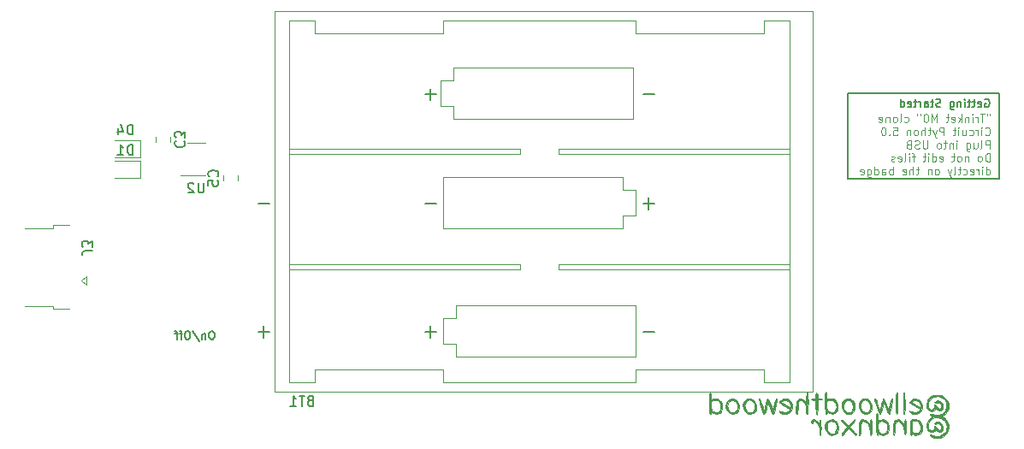
<source format=gbo>
G04 #@! TF.GenerationSoftware,KiCad,Pcbnew,5.1.5-52549c5~84~ubuntu19.10.1*
G04 #@! TF.CreationDate,2020-01-03T09:39:47-08:00*
G04 #@! TF.ProjectId,bsidessd,62736964-6573-4736-942e-6b696361645f,2*
G04 #@! TF.SameCoordinates,Original*
G04 #@! TF.FileFunction,Legend,Bot*
G04 #@! TF.FilePolarity,Positive*
%FSLAX46Y46*%
G04 Gerber Fmt 4.6, Leading zero omitted, Abs format (unit mm)*
G04 Created by KiCad (PCBNEW 5.1.5-52549c5~84~ubuntu19.10.1) date 2020-01-03 09:39:47*
%MOMM*%
%LPD*%
G04 APERTURE LIST*
%ADD10C,0.200000*%
%ADD11C,0.150000*%
%ADD12C,0.100000*%
%ADD13C,0.010000*%
%ADD14C,0.120000*%
G04 APERTURE END LIST*
D10*
X68633333Y-139061904D02*
X68480952Y-139061904D01*
X68404761Y-139100000D01*
X68328571Y-139176190D01*
X68290476Y-139328571D01*
X68290476Y-139595238D01*
X68328571Y-139747619D01*
X68404761Y-139823809D01*
X68480952Y-139861904D01*
X68633333Y-139861904D01*
X68709523Y-139823809D01*
X68785714Y-139747619D01*
X68823809Y-139595238D01*
X68823809Y-139328571D01*
X68785714Y-139176190D01*
X68709523Y-139100000D01*
X68633333Y-139061904D01*
X67947619Y-139328571D02*
X67947619Y-139861904D01*
X67947619Y-139404761D02*
X67909523Y-139366666D01*
X67833333Y-139328571D01*
X67719047Y-139328571D01*
X67642857Y-139366666D01*
X67604761Y-139442857D01*
X67604761Y-139861904D01*
X66652380Y-139023809D02*
X67338095Y-140052380D01*
X66233333Y-139061904D02*
X66080952Y-139061904D01*
X66004761Y-139100000D01*
X65928571Y-139176190D01*
X65890476Y-139328571D01*
X65890476Y-139595238D01*
X65928571Y-139747619D01*
X66004761Y-139823809D01*
X66080952Y-139861904D01*
X66233333Y-139861904D01*
X66309523Y-139823809D01*
X66385714Y-139747619D01*
X66423809Y-139595238D01*
X66423809Y-139328571D01*
X66385714Y-139176190D01*
X66309523Y-139100000D01*
X66233333Y-139061904D01*
X65661904Y-139328571D02*
X65357142Y-139328571D01*
X65547619Y-139861904D02*
X65547619Y-139176190D01*
X65509523Y-139100000D01*
X65433333Y-139061904D01*
X65357142Y-139061904D01*
X65204761Y-139328571D02*
X64900000Y-139328571D01*
X65090476Y-139861904D02*
X65090476Y-139176190D01*
X65052380Y-139100000D01*
X64976190Y-139061904D01*
X64900000Y-139061904D01*
D11*
X146500000Y-124000000D02*
X146500000Y-115500000D01*
X131500000Y-124000000D02*
X146500000Y-124000000D01*
X131500000Y-115500000D02*
X131500000Y-124000000D01*
X146500000Y-115500000D02*
X131500000Y-115500000D01*
D12*
X145582619Y-117561904D02*
X145582619Y-117714285D01*
X145277857Y-117561904D02*
X145277857Y-117714285D01*
X145049285Y-117561904D02*
X144592142Y-117561904D01*
X144820714Y-118361904D02*
X144820714Y-117561904D01*
X144325476Y-118361904D02*
X144325476Y-117828571D01*
X144325476Y-117980952D02*
X144287380Y-117904761D01*
X144249285Y-117866666D01*
X144173095Y-117828571D01*
X144096904Y-117828571D01*
X143830238Y-118361904D02*
X143830238Y-117828571D01*
X143830238Y-117561904D02*
X143868333Y-117600000D01*
X143830238Y-117638095D01*
X143792142Y-117600000D01*
X143830238Y-117561904D01*
X143830238Y-117638095D01*
X143449285Y-117828571D02*
X143449285Y-118361904D01*
X143449285Y-117904761D02*
X143411190Y-117866666D01*
X143335000Y-117828571D01*
X143220714Y-117828571D01*
X143144523Y-117866666D01*
X143106428Y-117942857D01*
X143106428Y-118361904D01*
X142725476Y-118361904D02*
X142725476Y-117561904D01*
X142649285Y-118057142D02*
X142420714Y-118361904D01*
X142420714Y-117828571D02*
X142725476Y-118133333D01*
X141773095Y-118323809D02*
X141849285Y-118361904D01*
X142001666Y-118361904D01*
X142077857Y-118323809D01*
X142115952Y-118247619D01*
X142115952Y-117942857D01*
X142077857Y-117866666D01*
X142001666Y-117828571D01*
X141849285Y-117828571D01*
X141773095Y-117866666D01*
X141735000Y-117942857D01*
X141735000Y-118019047D01*
X142115952Y-118095238D01*
X141506428Y-117828571D02*
X141201666Y-117828571D01*
X141392142Y-117561904D02*
X141392142Y-118247619D01*
X141354047Y-118323809D01*
X141277857Y-118361904D01*
X141201666Y-118361904D01*
X140325476Y-118361904D02*
X140325476Y-117561904D01*
X140058809Y-118133333D01*
X139792142Y-117561904D01*
X139792142Y-118361904D01*
X139258809Y-117561904D02*
X139182619Y-117561904D01*
X139106428Y-117600000D01*
X139068333Y-117638095D01*
X139030238Y-117714285D01*
X138992142Y-117866666D01*
X138992142Y-118057142D01*
X139030238Y-118209523D01*
X139068333Y-118285714D01*
X139106428Y-118323809D01*
X139182619Y-118361904D01*
X139258809Y-118361904D01*
X139335000Y-118323809D01*
X139373095Y-118285714D01*
X139411190Y-118209523D01*
X139449285Y-118057142D01*
X139449285Y-117866666D01*
X139411190Y-117714285D01*
X139373095Y-117638095D01*
X139335000Y-117600000D01*
X139258809Y-117561904D01*
X138687380Y-117561904D02*
X138687380Y-117714285D01*
X138382619Y-117561904D02*
X138382619Y-117714285D01*
X137087380Y-118323809D02*
X137163571Y-118361904D01*
X137315952Y-118361904D01*
X137392142Y-118323809D01*
X137430238Y-118285714D01*
X137468333Y-118209523D01*
X137468333Y-117980952D01*
X137430238Y-117904761D01*
X137392142Y-117866666D01*
X137315952Y-117828571D01*
X137163571Y-117828571D01*
X137087380Y-117866666D01*
X136630238Y-118361904D02*
X136706428Y-118323809D01*
X136744523Y-118247619D01*
X136744523Y-117561904D01*
X136211190Y-118361904D02*
X136287380Y-118323809D01*
X136325476Y-118285714D01*
X136363571Y-118209523D01*
X136363571Y-117980952D01*
X136325476Y-117904761D01*
X136287380Y-117866666D01*
X136211190Y-117828571D01*
X136096904Y-117828571D01*
X136020714Y-117866666D01*
X135982619Y-117904761D01*
X135944523Y-117980952D01*
X135944523Y-118209523D01*
X135982619Y-118285714D01*
X136020714Y-118323809D01*
X136096904Y-118361904D01*
X136211190Y-118361904D01*
X135601666Y-117828571D02*
X135601666Y-118361904D01*
X135601666Y-117904761D02*
X135563571Y-117866666D01*
X135487380Y-117828571D01*
X135373095Y-117828571D01*
X135296904Y-117866666D01*
X135258809Y-117942857D01*
X135258809Y-118361904D01*
X134573095Y-118323809D02*
X134649285Y-118361904D01*
X134801666Y-118361904D01*
X134877857Y-118323809D01*
X134915952Y-118247619D01*
X134915952Y-117942857D01*
X134877857Y-117866666D01*
X134801666Y-117828571D01*
X134649285Y-117828571D01*
X134573095Y-117866666D01*
X134535000Y-117942857D01*
X134535000Y-118019047D01*
X134915952Y-118095238D01*
X145087380Y-119585714D02*
X145125476Y-119623809D01*
X145239761Y-119661904D01*
X145315952Y-119661904D01*
X145430238Y-119623809D01*
X145506428Y-119547619D01*
X145544523Y-119471428D01*
X145582619Y-119319047D01*
X145582619Y-119204761D01*
X145544523Y-119052380D01*
X145506428Y-118976190D01*
X145430238Y-118900000D01*
X145315952Y-118861904D01*
X145239761Y-118861904D01*
X145125476Y-118900000D01*
X145087380Y-118938095D01*
X144744523Y-119661904D02*
X144744523Y-119128571D01*
X144744523Y-118861904D02*
X144782619Y-118900000D01*
X144744523Y-118938095D01*
X144706428Y-118900000D01*
X144744523Y-118861904D01*
X144744523Y-118938095D01*
X144363571Y-119661904D02*
X144363571Y-119128571D01*
X144363571Y-119280952D02*
X144325476Y-119204761D01*
X144287380Y-119166666D01*
X144211190Y-119128571D01*
X144135000Y-119128571D01*
X143525476Y-119623809D02*
X143601666Y-119661904D01*
X143754047Y-119661904D01*
X143830238Y-119623809D01*
X143868333Y-119585714D01*
X143906428Y-119509523D01*
X143906428Y-119280952D01*
X143868333Y-119204761D01*
X143830238Y-119166666D01*
X143754047Y-119128571D01*
X143601666Y-119128571D01*
X143525476Y-119166666D01*
X142839761Y-119128571D02*
X142839761Y-119661904D01*
X143182619Y-119128571D02*
X143182619Y-119547619D01*
X143144523Y-119623809D01*
X143068333Y-119661904D01*
X142954047Y-119661904D01*
X142877857Y-119623809D01*
X142839761Y-119585714D01*
X142458809Y-119661904D02*
X142458809Y-119128571D01*
X142458809Y-118861904D02*
X142496904Y-118900000D01*
X142458809Y-118938095D01*
X142420714Y-118900000D01*
X142458809Y-118861904D01*
X142458809Y-118938095D01*
X142192142Y-119128571D02*
X141887380Y-119128571D01*
X142077857Y-118861904D02*
X142077857Y-119547619D01*
X142039761Y-119623809D01*
X141963571Y-119661904D01*
X141887380Y-119661904D01*
X141011190Y-119661904D02*
X141011190Y-118861904D01*
X140706428Y-118861904D01*
X140630238Y-118900000D01*
X140592142Y-118938095D01*
X140554047Y-119014285D01*
X140554047Y-119128571D01*
X140592142Y-119204761D01*
X140630238Y-119242857D01*
X140706428Y-119280952D01*
X141011190Y-119280952D01*
X140287380Y-119128571D02*
X140096904Y-119661904D01*
X139906428Y-119128571D02*
X140096904Y-119661904D01*
X140173095Y-119852380D01*
X140211190Y-119890476D01*
X140287380Y-119928571D01*
X139715952Y-119128571D02*
X139411190Y-119128571D01*
X139601666Y-118861904D02*
X139601666Y-119547619D01*
X139563571Y-119623809D01*
X139487380Y-119661904D01*
X139411190Y-119661904D01*
X139144523Y-119661904D02*
X139144523Y-118861904D01*
X138801666Y-119661904D02*
X138801666Y-119242857D01*
X138839761Y-119166666D01*
X138915952Y-119128571D01*
X139030238Y-119128571D01*
X139106428Y-119166666D01*
X139144523Y-119204761D01*
X138306428Y-119661904D02*
X138382619Y-119623809D01*
X138420714Y-119585714D01*
X138458809Y-119509523D01*
X138458809Y-119280952D01*
X138420714Y-119204761D01*
X138382619Y-119166666D01*
X138306428Y-119128571D01*
X138192142Y-119128571D01*
X138115952Y-119166666D01*
X138077857Y-119204761D01*
X138039761Y-119280952D01*
X138039761Y-119509523D01*
X138077857Y-119585714D01*
X138115952Y-119623809D01*
X138192142Y-119661904D01*
X138306428Y-119661904D01*
X137696904Y-119128571D02*
X137696904Y-119661904D01*
X137696904Y-119204761D02*
X137658809Y-119166666D01*
X137582619Y-119128571D01*
X137468333Y-119128571D01*
X137392142Y-119166666D01*
X137354047Y-119242857D01*
X137354047Y-119661904D01*
X135982619Y-118861904D02*
X136363571Y-118861904D01*
X136401666Y-119242857D01*
X136363571Y-119204761D01*
X136287380Y-119166666D01*
X136096904Y-119166666D01*
X136020714Y-119204761D01*
X135982619Y-119242857D01*
X135944523Y-119319047D01*
X135944523Y-119509523D01*
X135982619Y-119585714D01*
X136020714Y-119623809D01*
X136096904Y-119661904D01*
X136287380Y-119661904D01*
X136363571Y-119623809D01*
X136401666Y-119585714D01*
X135601666Y-119585714D02*
X135563571Y-119623809D01*
X135601666Y-119661904D01*
X135639761Y-119623809D01*
X135601666Y-119585714D01*
X135601666Y-119661904D01*
X135068333Y-118861904D02*
X134992142Y-118861904D01*
X134915952Y-118900000D01*
X134877857Y-118938095D01*
X134839761Y-119014285D01*
X134801666Y-119166666D01*
X134801666Y-119357142D01*
X134839761Y-119509523D01*
X134877857Y-119585714D01*
X134915952Y-119623809D01*
X134992142Y-119661904D01*
X135068333Y-119661904D01*
X135144523Y-119623809D01*
X135182619Y-119585714D01*
X135220714Y-119509523D01*
X135258809Y-119357142D01*
X135258809Y-119166666D01*
X135220714Y-119014285D01*
X135182619Y-118938095D01*
X135144523Y-118900000D01*
X135068333Y-118861904D01*
X145544523Y-120961904D02*
X145544523Y-120161904D01*
X145239761Y-120161904D01*
X145163571Y-120200000D01*
X145125476Y-120238095D01*
X145087380Y-120314285D01*
X145087380Y-120428571D01*
X145125476Y-120504761D01*
X145163571Y-120542857D01*
X145239761Y-120580952D01*
X145544523Y-120580952D01*
X144630238Y-120961904D02*
X144706428Y-120923809D01*
X144744523Y-120847619D01*
X144744523Y-120161904D01*
X143982619Y-120428571D02*
X143982619Y-120961904D01*
X144325476Y-120428571D02*
X144325476Y-120847619D01*
X144287380Y-120923809D01*
X144211190Y-120961904D01*
X144096904Y-120961904D01*
X144020714Y-120923809D01*
X143982619Y-120885714D01*
X143258809Y-120428571D02*
X143258809Y-121076190D01*
X143296904Y-121152380D01*
X143335000Y-121190476D01*
X143411190Y-121228571D01*
X143525476Y-121228571D01*
X143601666Y-121190476D01*
X143258809Y-120923809D02*
X143335000Y-120961904D01*
X143487380Y-120961904D01*
X143563571Y-120923809D01*
X143601666Y-120885714D01*
X143639761Y-120809523D01*
X143639761Y-120580952D01*
X143601666Y-120504761D01*
X143563571Y-120466666D01*
X143487380Y-120428571D01*
X143335000Y-120428571D01*
X143258809Y-120466666D01*
X142268333Y-120961904D02*
X142268333Y-120428571D01*
X142268333Y-120161904D02*
X142306428Y-120200000D01*
X142268333Y-120238095D01*
X142230238Y-120200000D01*
X142268333Y-120161904D01*
X142268333Y-120238095D01*
X141887380Y-120428571D02*
X141887380Y-120961904D01*
X141887380Y-120504761D02*
X141849285Y-120466666D01*
X141773095Y-120428571D01*
X141658809Y-120428571D01*
X141582619Y-120466666D01*
X141544523Y-120542857D01*
X141544523Y-120961904D01*
X141277857Y-120428571D02*
X140973095Y-120428571D01*
X141163571Y-120161904D02*
X141163571Y-120847619D01*
X141125476Y-120923809D01*
X141049285Y-120961904D01*
X140973095Y-120961904D01*
X140592142Y-120961904D02*
X140668333Y-120923809D01*
X140706428Y-120885714D01*
X140744523Y-120809523D01*
X140744523Y-120580952D01*
X140706428Y-120504761D01*
X140668333Y-120466666D01*
X140592142Y-120428571D01*
X140477857Y-120428571D01*
X140401666Y-120466666D01*
X140363571Y-120504761D01*
X140325476Y-120580952D01*
X140325476Y-120809523D01*
X140363571Y-120885714D01*
X140401666Y-120923809D01*
X140477857Y-120961904D01*
X140592142Y-120961904D01*
X139373095Y-120161904D02*
X139373095Y-120809523D01*
X139335000Y-120885714D01*
X139296904Y-120923809D01*
X139220714Y-120961904D01*
X139068333Y-120961904D01*
X138992142Y-120923809D01*
X138954047Y-120885714D01*
X138915952Y-120809523D01*
X138915952Y-120161904D01*
X138573095Y-120923809D02*
X138458809Y-120961904D01*
X138268333Y-120961904D01*
X138192142Y-120923809D01*
X138154047Y-120885714D01*
X138115952Y-120809523D01*
X138115952Y-120733333D01*
X138154047Y-120657142D01*
X138192142Y-120619047D01*
X138268333Y-120580952D01*
X138420714Y-120542857D01*
X138496904Y-120504761D01*
X138535000Y-120466666D01*
X138573095Y-120390476D01*
X138573095Y-120314285D01*
X138535000Y-120238095D01*
X138496904Y-120200000D01*
X138420714Y-120161904D01*
X138230238Y-120161904D01*
X138115952Y-120200000D01*
X137506428Y-120542857D02*
X137392142Y-120580952D01*
X137354047Y-120619047D01*
X137315952Y-120695238D01*
X137315952Y-120809523D01*
X137354047Y-120885714D01*
X137392142Y-120923809D01*
X137468333Y-120961904D01*
X137773095Y-120961904D01*
X137773095Y-120161904D01*
X137506428Y-120161904D01*
X137430238Y-120200000D01*
X137392142Y-120238095D01*
X137354047Y-120314285D01*
X137354047Y-120390476D01*
X137392142Y-120466666D01*
X137430238Y-120504761D01*
X137506428Y-120542857D01*
X137773095Y-120542857D01*
X145544523Y-122261904D02*
X145544523Y-121461904D01*
X145354047Y-121461904D01*
X145239761Y-121500000D01*
X145163571Y-121576190D01*
X145125476Y-121652380D01*
X145087380Y-121804761D01*
X145087380Y-121919047D01*
X145125476Y-122071428D01*
X145163571Y-122147619D01*
X145239761Y-122223809D01*
X145354047Y-122261904D01*
X145544523Y-122261904D01*
X144630238Y-122261904D02*
X144706428Y-122223809D01*
X144744523Y-122185714D01*
X144782619Y-122109523D01*
X144782619Y-121880952D01*
X144744523Y-121804761D01*
X144706428Y-121766666D01*
X144630238Y-121728571D01*
X144515952Y-121728571D01*
X144439761Y-121766666D01*
X144401666Y-121804761D01*
X144363571Y-121880952D01*
X144363571Y-122109523D01*
X144401666Y-122185714D01*
X144439761Y-122223809D01*
X144515952Y-122261904D01*
X144630238Y-122261904D01*
X143411190Y-121728571D02*
X143411190Y-122261904D01*
X143411190Y-121804761D02*
X143373095Y-121766666D01*
X143296904Y-121728571D01*
X143182619Y-121728571D01*
X143106428Y-121766666D01*
X143068333Y-121842857D01*
X143068333Y-122261904D01*
X142573095Y-122261904D02*
X142649285Y-122223809D01*
X142687380Y-122185714D01*
X142725476Y-122109523D01*
X142725476Y-121880952D01*
X142687380Y-121804761D01*
X142649285Y-121766666D01*
X142573095Y-121728571D01*
X142458809Y-121728571D01*
X142382619Y-121766666D01*
X142344523Y-121804761D01*
X142306428Y-121880952D01*
X142306428Y-122109523D01*
X142344523Y-122185714D01*
X142382619Y-122223809D01*
X142458809Y-122261904D01*
X142573095Y-122261904D01*
X142077857Y-121728571D02*
X141773095Y-121728571D01*
X141963571Y-121461904D02*
X141963571Y-122147619D01*
X141925476Y-122223809D01*
X141849285Y-122261904D01*
X141773095Y-122261904D01*
X140592142Y-122223809D02*
X140668333Y-122261904D01*
X140820714Y-122261904D01*
X140896904Y-122223809D01*
X140935000Y-122147619D01*
X140935000Y-121842857D01*
X140896904Y-121766666D01*
X140820714Y-121728571D01*
X140668333Y-121728571D01*
X140592142Y-121766666D01*
X140554047Y-121842857D01*
X140554047Y-121919047D01*
X140935000Y-121995238D01*
X139868333Y-122261904D02*
X139868333Y-121461904D01*
X139868333Y-122223809D02*
X139944523Y-122261904D01*
X140096904Y-122261904D01*
X140173095Y-122223809D01*
X140211190Y-122185714D01*
X140249285Y-122109523D01*
X140249285Y-121880952D01*
X140211190Y-121804761D01*
X140173095Y-121766666D01*
X140096904Y-121728571D01*
X139944523Y-121728571D01*
X139868333Y-121766666D01*
X139487380Y-122261904D02*
X139487380Y-121728571D01*
X139487380Y-121461904D02*
X139525476Y-121500000D01*
X139487380Y-121538095D01*
X139449285Y-121500000D01*
X139487380Y-121461904D01*
X139487380Y-121538095D01*
X139220714Y-121728571D02*
X138915952Y-121728571D01*
X139106428Y-121461904D02*
X139106428Y-122147619D01*
X139068333Y-122223809D01*
X138992142Y-122261904D01*
X138915952Y-122261904D01*
X138154047Y-121728571D02*
X137849285Y-121728571D01*
X138039761Y-122261904D02*
X138039761Y-121576190D01*
X138001666Y-121500000D01*
X137925476Y-121461904D01*
X137849285Y-121461904D01*
X137582619Y-122261904D02*
X137582619Y-121728571D01*
X137582619Y-121461904D02*
X137620714Y-121500000D01*
X137582619Y-121538095D01*
X137544523Y-121500000D01*
X137582619Y-121461904D01*
X137582619Y-121538095D01*
X137087380Y-122261904D02*
X137163571Y-122223809D01*
X137201666Y-122147619D01*
X137201666Y-121461904D01*
X136477857Y-122223809D02*
X136554047Y-122261904D01*
X136706428Y-122261904D01*
X136782619Y-122223809D01*
X136820714Y-122147619D01*
X136820714Y-121842857D01*
X136782619Y-121766666D01*
X136706428Y-121728571D01*
X136554047Y-121728571D01*
X136477857Y-121766666D01*
X136439761Y-121842857D01*
X136439761Y-121919047D01*
X136820714Y-121995238D01*
X136135000Y-122223809D02*
X136058809Y-122261904D01*
X135906428Y-122261904D01*
X135830238Y-122223809D01*
X135792142Y-122147619D01*
X135792142Y-122109523D01*
X135830238Y-122033333D01*
X135906428Y-121995238D01*
X136020714Y-121995238D01*
X136096904Y-121957142D01*
X136135000Y-121880952D01*
X136135000Y-121842857D01*
X136096904Y-121766666D01*
X136020714Y-121728571D01*
X135906428Y-121728571D01*
X135830238Y-121766666D01*
X145201666Y-123561904D02*
X145201666Y-122761904D01*
X145201666Y-123523809D02*
X145277857Y-123561904D01*
X145430238Y-123561904D01*
X145506428Y-123523809D01*
X145544523Y-123485714D01*
X145582619Y-123409523D01*
X145582619Y-123180952D01*
X145544523Y-123104761D01*
X145506428Y-123066666D01*
X145430238Y-123028571D01*
X145277857Y-123028571D01*
X145201666Y-123066666D01*
X144820714Y-123561904D02*
X144820714Y-123028571D01*
X144820714Y-122761904D02*
X144858809Y-122800000D01*
X144820714Y-122838095D01*
X144782619Y-122800000D01*
X144820714Y-122761904D01*
X144820714Y-122838095D01*
X144439761Y-123561904D02*
X144439761Y-123028571D01*
X144439761Y-123180952D02*
X144401666Y-123104761D01*
X144363571Y-123066666D01*
X144287380Y-123028571D01*
X144211190Y-123028571D01*
X143639761Y-123523809D02*
X143715952Y-123561904D01*
X143868333Y-123561904D01*
X143944523Y-123523809D01*
X143982619Y-123447619D01*
X143982619Y-123142857D01*
X143944523Y-123066666D01*
X143868333Y-123028571D01*
X143715952Y-123028571D01*
X143639761Y-123066666D01*
X143601666Y-123142857D01*
X143601666Y-123219047D01*
X143982619Y-123295238D01*
X142915952Y-123523809D02*
X142992142Y-123561904D01*
X143144523Y-123561904D01*
X143220714Y-123523809D01*
X143258809Y-123485714D01*
X143296904Y-123409523D01*
X143296904Y-123180952D01*
X143258809Y-123104761D01*
X143220714Y-123066666D01*
X143144523Y-123028571D01*
X142992142Y-123028571D01*
X142915952Y-123066666D01*
X142687380Y-123028571D02*
X142382619Y-123028571D01*
X142573095Y-122761904D02*
X142573095Y-123447619D01*
X142535000Y-123523809D01*
X142458809Y-123561904D01*
X142382619Y-123561904D01*
X142001666Y-123561904D02*
X142077857Y-123523809D01*
X142115952Y-123447619D01*
X142115952Y-122761904D01*
X141773095Y-123028571D02*
X141582619Y-123561904D01*
X141392142Y-123028571D02*
X141582619Y-123561904D01*
X141658809Y-123752380D01*
X141696904Y-123790476D01*
X141773095Y-123828571D01*
X140363571Y-123561904D02*
X140439761Y-123523809D01*
X140477857Y-123485714D01*
X140515952Y-123409523D01*
X140515952Y-123180952D01*
X140477857Y-123104761D01*
X140439761Y-123066666D01*
X140363571Y-123028571D01*
X140249285Y-123028571D01*
X140173095Y-123066666D01*
X140135000Y-123104761D01*
X140096904Y-123180952D01*
X140096904Y-123409523D01*
X140135000Y-123485714D01*
X140173095Y-123523809D01*
X140249285Y-123561904D01*
X140363571Y-123561904D01*
X139754047Y-123028571D02*
X139754047Y-123561904D01*
X139754047Y-123104761D02*
X139715952Y-123066666D01*
X139639761Y-123028571D01*
X139525476Y-123028571D01*
X139449285Y-123066666D01*
X139411190Y-123142857D01*
X139411190Y-123561904D01*
X138535000Y-123028571D02*
X138230238Y-123028571D01*
X138420714Y-122761904D02*
X138420714Y-123447619D01*
X138382619Y-123523809D01*
X138306428Y-123561904D01*
X138230238Y-123561904D01*
X137963571Y-123561904D02*
X137963571Y-122761904D01*
X137620714Y-123561904D02*
X137620714Y-123142857D01*
X137658809Y-123066666D01*
X137735000Y-123028571D01*
X137849285Y-123028571D01*
X137925476Y-123066666D01*
X137963571Y-123104761D01*
X136935000Y-123523809D02*
X137011190Y-123561904D01*
X137163571Y-123561904D01*
X137239761Y-123523809D01*
X137277857Y-123447619D01*
X137277857Y-123142857D01*
X137239761Y-123066666D01*
X137163571Y-123028571D01*
X137011190Y-123028571D01*
X136935000Y-123066666D01*
X136896904Y-123142857D01*
X136896904Y-123219047D01*
X137277857Y-123295238D01*
X135944523Y-123561904D02*
X135944523Y-122761904D01*
X135944523Y-123066666D02*
X135868333Y-123028571D01*
X135715952Y-123028571D01*
X135639761Y-123066666D01*
X135601666Y-123104761D01*
X135563571Y-123180952D01*
X135563571Y-123409523D01*
X135601666Y-123485714D01*
X135639761Y-123523809D01*
X135715952Y-123561904D01*
X135868333Y-123561904D01*
X135944523Y-123523809D01*
X134877857Y-123561904D02*
X134877857Y-123142857D01*
X134915952Y-123066666D01*
X134992142Y-123028571D01*
X135144523Y-123028571D01*
X135220714Y-123066666D01*
X134877857Y-123523809D02*
X134954047Y-123561904D01*
X135144523Y-123561904D01*
X135220714Y-123523809D01*
X135258809Y-123447619D01*
X135258809Y-123371428D01*
X135220714Y-123295238D01*
X135144523Y-123257142D01*
X134954047Y-123257142D01*
X134877857Y-123219047D01*
X134154047Y-123561904D02*
X134154047Y-122761904D01*
X134154047Y-123523809D02*
X134230238Y-123561904D01*
X134382619Y-123561904D01*
X134458809Y-123523809D01*
X134496904Y-123485714D01*
X134535000Y-123409523D01*
X134535000Y-123180952D01*
X134496904Y-123104761D01*
X134458809Y-123066666D01*
X134382619Y-123028571D01*
X134230238Y-123028571D01*
X134154047Y-123066666D01*
X133430238Y-123028571D02*
X133430238Y-123676190D01*
X133468333Y-123752380D01*
X133506428Y-123790476D01*
X133582619Y-123828571D01*
X133696904Y-123828571D01*
X133773095Y-123790476D01*
X133430238Y-123523809D02*
X133506428Y-123561904D01*
X133658809Y-123561904D01*
X133735000Y-123523809D01*
X133773095Y-123485714D01*
X133811190Y-123409523D01*
X133811190Y-123180952D01*
X133773095Y-123104761D01*
X133735000Y-123066666D01*
X133658809Y-123028571D01*
X133506428Y-123028571D01*
X133430238Y-123066666D01*
X132744523Y-123523809D02*
X132820714Y-123561904D01*
X132973095Y-123561904D01*
X133049285Y-123523809D01*
X133087380Y-123447619D01*
X133087380Y-123142857D01*
X133049285Y-123066666D01*
X132973095Y-123028571D01*
X132820714Y-123028571D01*
X132744523Y-123066666D01*
X132706428Y-123142857D01*
X132706428Y-123219047D01*
X133087380Y-123295238D01*
D10*
X145061904Y-116100000D02*
X145138095Y-116061904D01*
X145252380Y-116061904D01*
X145366666Y-116100000D01*
X145442857Y-116176190D01*
X145480952Y-116252380D01*
X145519047Y-116404761D01*
X145519047Y-116519047D01*
X145480952Y-116671428D01*
X145442857Y-116747619D01*
X145366666Y-116823809D01*
X145252380Y-116861904D01*
X145176190Y-116861904D01*
X145061904Y-116823809D01*
X145023809Y-116785714D01*
X145023809Y-116519047D01*
X145176190Y-116519047D01*
X144376190Y-116823809D02*
X144452380Y-116861904D01*
X144604761Y-116861904D01*
X144680952Y-116823809D01*
X144719047Y-116747619D01*
X144719047Y-116442857D01*
X144680952Y-116366666D01*
X144604761Y-116328571D01*
X144452380Y-116328571D01*
X144376190Y-116366666D01*
X144338095Y-116442857D01*
X144338095Y-116519047D01*
X144719047Y-116595238D01*
X144109523Y-116328571D02*
X143804761Y-116328571D01*
X143995238Y-116061904D02*
X143995238Y-116747619D01*
X143957142Y-116823809D01*
X143880952Y-116861904D01*
X143804761Y-116861904D01*
X143652380Y-116328571D02*
X143347619Y-116328571D01*
X143538095Y-116061904D02*
X143538095Y-116747619D01*
X143500000Y-116823809D01*
X143423809Y-116861904D01*
X143347619Y-116861904D01*
X143080952Y-116861904D02*
X143080952Y-116328571D01*
X143080952Y-116061904D02*
X143119047Y-116100000D01*
X143080952Y-116138095D01*
X143042857Y-116100000D01*
X143080952Y-116061904D01*
X143080952Y-116138095D01*
X142700000Y-116328571D02*
X142700000Y-116861904D01*
X142700000Y-116404761D02*
X142661904Y-116366666D01*
X142585714Y-116328571D01*
X142471428Y-116328571D01*
X142395238Y-116366666D01*
X142357142Y-116442857D01*
X142357142Y-116861904D01*
X141633333Y-116328571D02*
X141633333Y-116976190D01*
X141671428Y-117052380D01*
X141709523Y-117090476D01*
X141785714Y-117128571D01*
X141900000Y-117128571D01*
X141976190Y-117090476D01*
X141633333Y-116823809D02*
X141709523Y-116861904D01*
X141861904Y-116861904D01*
X141938095Y-116823809D01*
X141976190Y-116785714D01*
X142014285Y-116709523D01*
X142014285Y-116480952D01*
X141976190Y-116404761D01*
X141938095Y-116366666D01*
X141861904Y-116328571D01*
X141709523Y-116328571D01*
X141633333Y-116366666D01*
X140680952Y-116823809D02*
X140566666Y-116861904D01*
X140376190Y-116861904D01*
X140300000Y-116823809D01*
X140261904Y-116785714D01*
X140223809Y-116709523D01*
X140223809Y-116633333D01*
X140261904Y-116557142D01*
X140300000Y-116519047D01*
X140376190Y-116480952D01*
X140528571Y-116442857D01*
X140604761Y-116404761D01*
X140642857Y-116366666D01*
X140680952Y-116290476D01*
X140680952Y-116214285D01*
X140642857Y-116138095D01*
X140604761Y-116100000D01*
X140528571Y-116061904D01*
X140338095Y-116061904D01*
X140223809Y-116100000D01*
X139995238Y-116328571D02*
X139690476Y-116328571D01*
X139880952Y-116061904D02*
X139880952Y-116747619D01*
X139842857Y-116823809D01*
X139766666Y-116861904D01*
X139690476Y-116861904D01*
X139080952Y-116861904D02*
X139080952Y-116442857D01*
X139119047Y-116366666D01*
X139195238Y-116328571D01*
X139347619Y-116328571D01*
X139423809Y-116366666D01*
X139080952Y-116823809D02*
X139157142Y-116861904D01*
X139347619Y-116861904D01*
X139423809Y-116823809D01*
X139461904Y-116747619D01*
X139461904Y-116671428D01*
X139423809Y-116595238D01*
X139347619Y-116557142D01*
X139157142Y-116557142D01*
X139080952Y-116519047D01*
X138700000Y-116861904D02*
X138700000Y-116328571D01*
X138700000Y-116480952D02*
X138661904Y-116404761D01*
X138623809Y-116366666D01*
X138547619Y-116328571D01*
X138471428Y-116328571D01*
X138319047Y-116328571D02*
X138014285Y-116328571D01*
X138204761Y-116061904D02*
X138204761Y-116747619D01*
X138166666Y-116823809D01*
X138090476Y-116861904D01*
X138014285Y-116861904D01*
X137442857Y-116823809D02*
X137519047Y-116861904D01*
X137671428Y-116861904D01*
X137747619Y-116823809D01*
X137785714Y-116747619D01*
X137785714Y-116442857D01*
X137747619Y-116366666D01*
X137671428Y-116328571D01*
X137519047Y-116328571D01*
X137442857Y-116366666D01*
X137404761Y-116442857D01*
X137404761Y-116519047D01*
X137785714Y-116595238D01*
X136719047Y-116861904D02*
X136719047Y-116061904D01*
X136719047Y-116823809D02*
X136795238Y-116861904D01*
X136947619Y-116861904D01*
X137023809Y-116823809D01*
X137061904Y-116785714D01*
X137100000Y-116709523D01*
X137100000Y-116480952D01*
X137061904Y-116404761D01*
X137023809Y-116366666D01*
X136947619Y-116328571D01*
X136795238Y-116328571D01*
X136719047Y-116366666D01*
D13*
G36*
X136337875Y-145100875D02*
G01*
X136369533Y-145146853D01*
X136392323Y-145269204D01*
X136407217Y-145480964D01*
X136415188Y-145795172D01*
X136417250Y-146164500D01*
X136414538Y-146579072D01*
X136405756Y-146879785D01*
X136389930Y-147079677D01*
X136366087Y-147191786D01*
X136337875Y-147228125D01*
X136307771Y-147209959D01*
X136285811Y-147123455D01*
X136270989Y-146955112D01*
X136262296Y-146691430D01*
X136258726Y-146318911D01*
X136258500Y-146164500D01*
X136260553Y-145751757D01*
X136267385Y-145452459D01*
X136280003Y-145253105D01*
X136299414Y-145140195D01*
X136326625Y-145100231D01*
X136337875Y-145100875D01*
G37*
X136337875Y-145100875D02*
X136369533Y-145146853D01*
X136392323Y-145269204D01*
X136407217Y-145480964D01*
X136415188Y-145795172D01*
X136417250Y-146164500D01*
X136414538Y-146579072D01*
X136405756Y-146879785D01*
X136389930Y-147079677D01*
X136366087Y-147191786D01*
X136337875Y-147228125D01*
X136307771Y-147209959D01*
X136285811Y-147123455D01*
X136270989Y-146955112D01*
X136262296Y-146691430D01*
X136258726Y-146318911D01*
X136258500Y-146164500D01*
X136260553Y-145751757D01*
X136267385Y-145452459D01*
X136280003Y-145253105D01*
X136299414Y-145140195D01*
X136326625Y-145100231D01*
X136337875Y-145100875D01*
G36*
X135932055Y-145747751D02*
G01*
X135939412Y-145767625D01*
X135924546Y-145866391D01*
X135887735Y-146050058D01*
X135836046Y-146288035D01*
X135776548Y-146549737D01*
X135716308Y-146804575D01*
X135662395Y-147021961D01*
X135621877Y-147171308D01*
X135603399Y-147221767D01*
X135544627Y-147237771D01*
X135476175Y-147165606D01*
X135390981Y-146993862D01*
X135281983Y-146711130D01*
X135274509Y-146690323D01*
X135187532Y-146455792D01*
X135112351Y-146268063D01*
X135061914Y-146159019D01*
X135053622Y-146146504D01*
X135017536Y-146174291D01*
X134969895Y-146297765D01*
X134933440Y-146437338D01*
X134851990Y-146784706D01*
X134786216Y-147022751D01*
X134730518Y-147167353D01*
X134679295Y-147234394D01*
X134648977Y-147244000D01*
X134597207Y-147186245D01*
X134522356Y-147027540D01*
X134433775Y-146789727D01*
X134369794Y-146591779D01*
X134283435Y-146312139D01*
X134207256Y-146070028D01*
X134151004Y-145896168D01*
X134128038Y-145829779D01*
X134126225Y-145737783D01*
X134181771Y-145720000D01*
X134257908Y-145782188D01*
X134344957Y-145969339D01*
X134414168Y-146180375D01*
X134488117Y-146428431D01*
X134554154Y-146647711D01*
X134598734Y-146793264D01*
X134600692Y-146799500D01*
X134628024Y-146852589D01*
X134659680Y-146830125D01*
X134701645Y-146718311D01*
X134759902Y-146503349D01*
X134800337Y-146339125D01*
X134870850Y-146076048D01*
X134939517Y-145869415D01*
X134997083Y-145744839D01*
X135024058Y-145720000D01*
X135075937Y-145775948D01*
X135154711Y-145926301D01*
X135247595Y-146144822D01*
X135302551Y-146291500D01*
X135392059Y-146536658D01*
X135465806Y-146729202D01*
X135513654Y-146843153D01*
X135525613Y-146863000D01*
X135544984Y-146805184D01*
X135581434Y-146650150D01*
X135628699Y-146425513D01*
X135655250Y-146291500D01*
X135724287Y-145980789D01*
X135787468Y-145792153D01*
X135846423Y-145720889D01*
X135853627Y-145720000D01*
X135932055Y-145747751D01*
G37*
X135932055Y-145747751D02*
X135939412Y-145767625D01*
X135924546Y-145866391D01*
X135887735Y-146050058D01*
X135836046Y-146288035D01*
X135776548Y-146549737D01*
X135716308Y-146804575D01*
X135662395Y-147021961D01*
X135621877Y-147171308D01*
X135603399Y-147221767D01*
X135544627Y-147237771D01*
X135476175Y-147165606D01*
X135390981Y-146993862D01*
X135281983Y-146711130D01*
X135274509Y-146690323D01*
X135187532Y-146455792D01*
X135112351Y-146268063D01*
X135061914Y-146159019D01*
X135053622Y-146146504D01*
X135017536Y-146174291D01*
X134969895Y-146297765D01*
X134933440Y-146437338D01*
X134851990Y-146784706D01*
X134786216Y-147022751D01*
X134730518Y-147167353D01*
X134679295Y-147234394D01*
X134648977Y-147244000D01*
X134597207Y-147186245D01*
X134522356Y-147027540D01*
X134433775Y-146789727D01*
X134369794Y-146591779D01*
X134283435Y-146312139D01*
X134207256Y-146070028D01*
X134151004Y-145896168D01*
X134128038Y-145829779D01*
X134126225Y-145737783D01*
X134181771Y-145720000D01*
X134257908Y-145782188D01*
X134344957Y-145969339D01*
X134414168Y-146180375D01*
X134488117Y-146428431D01*
X134554154Y-146647711D01*
X134598734Y-146793264D01*
X134600692Y-146799500D01*
X134628024Y-146852589D01*
X134659680Y-146830125D01*
X134701645Y-146718311D01*
X134759902Y-146503349D01*
X134800337Y-146339125D01*
X134870850Y-146076048D01*
X134939517Y-145869415D01*
X134997083Y-145744839D01*
X135024058Y-145720000D01*
X135075937Y-145775948D01*
X135154711Y-145926301D01*
X135247595Y-146144822D01*
X135302551Y-146291500D01*
X135392059Y-146536658D01*
X135465806Y-146729202D01*
X135513654Y-146843153D01*
X135525613Y-146863000D01*
X135544984Y-146805184D01*
X135581434Y-146650150D01*
X135628699Y-146425513D01*
X135655250Y-146291500D01*
X135724287Y-145980789D01*
X135787468Y-145792153D01*
X135846423Y-145720889D01*
X135853627Y-145720000D01*
X135932055Y-145747751D01*
G36*
X129363475Y-145117169D02*
G01*
X129392969Y-145229589D01*
X129400500Y-145423599D01*
X129400500Y-145762198D01*
X129733875Y-145734857D01*
X129958195Y-145728787D01*
X130112182Y-145763702D01*
X130240344Y-145844163D01*
X130411889Y-146054433D01*
X130505233Y-146328671D01*
X130517049Y-146628264D01*
X130444008Y-146914597D01*
X130346722Y-147078808D01*
X130175045Y-147203745D01*
X129949634Y-147247843D01*
X129718329Y-147206489D01*
X129611572Y-147149662D01*
X129508517Y-147089390D01*
X129458595Y-147110769D01*
X129440686Y-147149662D01*
X129383613Y-147241593D01*
X129332335Y-147210070D01*
X129288537Y-147058574D01*
X129253906Y-146790584D01*
X129251067Y-146758169D01*
X129231608Y-146456625D01*
X129217133Y-146096404D01*
X129214844Y-145979969D01*
X129400500Y-145979969D01*
X129400500Y-146377598D01*
X129412897Y-146609195D01*
X129445351Y-146793140D01*
X129479875Y-146874718D01*
X129651779Y-147021545D01*
X129857777Y-147102415D01*
X130053123Y-147104140D01*
X130137118Y-147068402D01*
X130256590Y-146925090D01*
X130333963Y-146707745D01*
X130352063Y-146533799D01*
X130304089Y-146240996D01*
X130172749Y-146028976D01*
X129972525Y-145910213D01*
X129717902Y-145897181D01*
X129634112Y-145915465D01*
X129400500Y-145979969D01*
X129214844Y-145979969D01*
X129210240Y-145745808D01*
X129210000Y-145678669D01*
X129213495Y-145393724D01*
X129226272Y-145214231D01*
X129251766Y-145118776D01*
X129293414Y-145085945D01*
X129305250Y-145085000D01*
X129363475Y-145117169D01*
G37*
X129363475Y-145117169D02*
X129392969Y-145229589D01*
X129400500Y-145423599D01*
X129400500Y-145762198D01*
X129733875Y-145734857D01*
X129958195Y-145728787D01*
X130112182Y-145763702D01*
X130240344Y-145844163D01*
X130411889Y-146054433D01*
X130505233Y-146328671D01*
X130517049Y-146628264D01*
X130444008Y-146914597D01*
X130346722Y-147078808D01*
X130175045Y-147203745D01*
X129949634Y-147247843D01*
X129718329Y-147206489D01*
X129611572Y-147149662D01*
X129508517Y-147089390D01*
X129458595Y-147110769D01*
X129440686Y-147149662D01*
X129383613Y-147241593D01*
X129332335Y-147210070D01*
X129288537Y-147058574D01*
X129253906Y-146790584D01*
X129251067Y-146758169D01*
X129231608Y-146456625D01*
X129217133Y-146096404D01*
X129214844Y-145979969D01*
X129400500Y-145979969D01*
X129400500Y-146377598D01*
X129412897Y-146609195D01*
X129445351Y-146793140D01*
X129479875Y-146874718D01*
X129651779Y-147021545D01*
X129857777Y-147102415D01*
X130053123Y-147104140D01*
X130137118Y-147068402D01*
X130256590Y-146925090D01*
X130333963Y-146707745D01*
X130352063Y-146533799D01*
X130304089Y-146240996D01*
X130172749Y-146028976D01*
X129972525Y-145910213D01*
X129717902Y-145897181D01*
X129634112Y-145915465D01*
X129400500Y-145979969D01*
X129214844Y-145979969D01*
X129210240Y-145745808D01*
X129210000Y-145678669D01*
X129213495Y-145393724D01*
X129226272Y-145214231D01*
X129251766Y-145118776D01*
X129293414Y-145085945D01*
X129305250Y-145085000D01*
X129363475Y-145117169D01*
G36*
X117859375Y-145100574D02*
G01*
X117910833Y-145176362D01*
X117947856Y-145343615D01*
X117957719Y-145448658D01*
X117976689Y-145770584D01*
X118223759Y-145737445D01*
X118526839Y-145729457D01*
X118749048Y-145804678D01*
X118911630Y-145970810D01*
X118924732Y-145991579D01*
X119014797Y-146219529D01*
X119046873Y-146484514D01*
X119025649Y-146751718D01*
X118955811Y-146986329D01*
X118842048Y-147153533D01*
X118761405Y-147204554D01*
X118503503Y-147241437D01*
X118225299Y-147178331D01*
X118157846Y-147147119D01*
X118030381Y-147087791D01*
X117979122Y-147092568D01*
X117970500Y-147147119D01*
X117932030Y-147235947D01*
X117844288Y-147220675D01*
X117822333Y-147201666D01*
X117808151Y-147126953D01*
X117795988Y-146947377D01*
X117786710Y-146685069D01*
X117781179Y-146362163D01*
X117780000Y-146116875D01*
X117780717Y-145983849D01*
X117970500Y-145983849D01*
X117970500Y-146424357D01*
X117973535Y-146657836D01*
X117991432Y-146800504D01*
X118037373Y-146888538D01*
X118124541Y-146958117D01*
X118176875Y-146990695D01*
X118425017Y-147099801D01*
X118623981Y-147093297D01*
X118749035Y-147005875D01*
X118858889Y-146802851D01*
X118893074Y-146553885D01*
X118857514Y-146298781D01*
X118758135Y-146077342D01*
X118600860Y-145929375D01*
X118587821Y-145922790D01*
X118420832Y-145871798D01*
X118241663Y-145895393D01*
X118190946Y-145911095D01*
X117970500Y-145983849D01*
X117780717Y-145983849D01*
X117782170Y-145714346D01*
X117789395Y-145425043D01*
X117802747Y-145235255D01*
X117823295Y-145131270D01*
X117852111Y-145099376D01*
X117859375Y-145100574D01*
G37*
X117859375Y-145100574D02*
X117910833Y-145176362D01*
X117947856Y-145343615D01*
X117957719Y-145448658D01*
X117976689Y-145770584D01*
X118223759Y-145737445D01*
X118526839Y-145729457D01*
X118749048Y-145804678D01*
X118911630Y-145970810D01*
X118924732Y-145991579D01*
X119014797Y-146219529D01*
X119046873Y-146484514D01*
X119025649Y-146751718D01*
X118955811Y-146986329D01*
X118842048Y-147153533D01*
X118761405Y-147204554D01*
X118503503Y-147241437D01*
X118225299Y-147178331D01*
X118157846Y-147147119D01*
X118030381Y-147087791D01*
X117979122Y-147092568D01*
X117970500Y-147147119D01*
X117932030Y-147235947D01*
X117844288Y-147220675D01*
X117822333Y-147201666D01*
X117808151Y-147126953D01*
X117795988Y-146947377D01*
X117786710Y-146685069D01*
X117781179Y-146362163D01*
X117780000Y-146116875D01*
X117780717Y-145983849D01*
X117970500Y-145983849D01*
X117970500Y-146424357D01*
X117973535Y-146657836D01*
X117991432Y-146800504D01*
X118037373Y-146888538D01*
X118124541Y-146958117D01*
X118176875Y-146990695D01*
X118425017Y-147099801D01*
X118623981Y-147093297D01*
X118749035Y-147005875D01*
X118858889Y-146802851D01*
X118893074Y-146553885D01*
X118857514Y-146298781D01*
X118758135Y-146077342D01*
X118600860Y-145929375D01*
X118587821Y-145922790D01*
X118420832Y-145871798D01*
X118241663Y-145895393D01*
X118190946Y-145911095D01*
X117970500Y-145983849D01*
X117780717Y-145983849D01*
X117782170Y-145714346D01*
X117789395Y-145425043D01*
X117802747Y-145235255D01*
X117823295Y-145131270D01*
X117852111Y-145099376D01*
X117859375Y-145100574D01*
G36*
X138460865Y-145770616D02*
G01*
X138630270Y-145886588D01*
X138799163Y-146125542D01*
X138880186Y-146395197D01*
X138876450Y-146666340D01*
X138791067Y-146909758D01*
X138627148Y-147096237D01*
X138493779Y-147168126D01*
X138288837Y-147239178D01*
X138149084Y-147266393D01*
X138022933Y-147255855D01*
X137933360Y-147234224D01*
X137773697Y-147168064D01*
X137650904Y-147077740D01*
X137596435Y-146990598D01*
X137608800Y-146952033D01*
X137682481Y-146954612D01*
X137816791Y-147006928D01*
X137836945Y-147017067D01*
X138020532Y-147087811D01*
X138188555Y-147117000D01*
X138306685Y-147086393D01*
X138443316Y-147011174D01*
X138566782Y-146916242D01*
X138645417Y-146826497D01*
X138647553Y-146766839D01*
X138639750Y-146762217D01*
X138480596Y-146681077D01*
X138278753Y-146565457D01*
X138062186Y-146433140D01*
X137858863Y-146301913D01*
X137696754Y-146189559D01*
X137603824Y-146113864D01*
X137592000Y-146095951D01*
X137607403Y-146064336D01*
X137820056Y-146064336D01*
X137865465Y-146130525D01*
X137996466Y-146219797D01*
X138225445Y-146347567D01*
X138293935Y-146384375D01*
X138504500Y-146494623D01*
X138628905Y-146548245D01*
X138691846Y-146550584D01*
X138718016Y-146506980D01*
X138723803Y-146477367D01*
X138706699Y-146339509D01*
X138637714Y-146169220D01*
X138625945Y-146148255D01*
X138458190Y-145960290D01*
X138249453Y-145871861D01*
X138030418Y-145892256D01*
X137936460Y-145939548D01*
X137847850Y-146005815D01*
X137820056Y-146064336D01*
X137607403Y-146064336D01*
X137633242Y-146011301D01*
X137733932Y-145890050D01*
X137747863Y-145875863D01*
X137959428Y-145746573D01*
X138211665Y-145711667D01*
X138460865Y-145770616D01*
G37*
X138460865Y-145770616D02*
X138630270Y-145886588D01*
X138799163Y-146125542D01*
X138880186Y-146395197D01*
X138876450Y-146666340D01*
X138791067Y-146909758D01*
X138627148Y-147096237D01*
X138493779Y-147168126D01*
X138288837Y-147239178D01*
X138149084Y-147266393D01*
X138022933Y-147255855D01*
X137933360Y-147234224D01*
X137773697Y-147168064D01*
X137650904Y-147077740D01*
X137596435Y-146990598D01*
X137608800Y-146952033D01*
X137682481Y-146954612D01*
X137816791Y-147006928D01*
X137836945Y-147017067D01*
X138020532Y-147087811D01*
X138188555Y-147117000D01*
X138306685Y-147086393D01*
X138443316Y-147011174D01*
X138566782Y-146916242D01*
X138645417Y-146826497D01*
X138647553Y-146766839D01*
X138639750Y-146762217D01*
X138480596Y-146681077D01*
X138278753Y-146565457D01*
X138062186Y-146433140D01*
X137858863Y-146301913D01*
X137696754Y-146189559D01*
X137603824Y-146113864D01*
X137592000Y-146095951D01*
X137607403Y-146064336D01*
X137820056Y-146064336D01*
X137865465Y-146130525D01*
X137996466Y-146219797D01*
X138225445Y-146347567D01*
X138293935Y-146384375D01*
X138504500Y-146494623D01*
X138628905Y-146548245D01*
X138691846Y-146550584D01*
X138718016Y-146506980D01*
X138723803Y-146477367D01*
X138706699Y-146339509D01*
X138637714Y-146169220D01*
X138625945Y-146148255D01*
X138458190Y-145960290D01*
X138249453Y-145871861D01*
X138030418Y-145892256D01*
X137936460Y-145939548D01*
X137847850Y-146005815D01*
X137820056Y-146064336D01*
X137607403Y-146064336D01*
X137633242Y-146011301D01*
X137733932Y-145890050D01*
X137747863Y-145875863D01*
X137959428Y-145746573D01*
X138211665Y-145711667D01*
X138460865Y-145770616D01*
G36*
X137076970Y-145198242D02*
G01*
X137097966Y-145365287D01*
X137114811Y-145607957D01*
X137127079Y-145900586D01*
X137134343Y-146217507D01*
X137136176Y-146533054D01*
X137132151Y-146821561D01*
X137121843Y-147057362D01*
X137104824Y-147214791D01*
X137087707Y-147265692D01*
X137018681Y-147282698D01*
X136989151Y-147236194D01*
X136973202Y-147131263D01*
X136964371Y-146936189D01*
X136961905Y-146676068D01*
X136965052Y-146376000D01*
X136973059Y-146061083D01*
X136985174Y-145756414D01*
X137000642Y-145487093D01*
X137018712Y-145278216D01*
X137038631Y-145154884D01*
X137052250Y-145132488D01*
X137076970Y-145198242D01*
G37*
X137076970Y-145198242D02*
X137097966Y-145365287D01*
X137114811Y-145607957D01*
X137127079Y-145900586D01*
X137134343Y-146217507D01*
X137136176Y-146533054D01*
X137132151Y-146821561D01*
X137121843Y-147057362D01*
X137104824Y-147214791D01*
X137087707Y-147265692D01*
X137018681Y-147282698D01*
X136989151Y-147236194D01*
X136973202Y-147131263D01*
X136964371Y-146936189D01*
X136961905Y-146676068D01*
X136965052Y-146376000D01*
X136973059Y-146061083D01*
X136985174Y-145756414D01*
X137000642Y-145487093D01*
X137018712Y-145278216D01*
X137038631Y-145154884D01*
X137052250Y-145132488D01*
X137076970Y-145198242D01*
G36*
X133441381Y-145764940D02*
G01*
X133639432Y-145902123D01*
X133793152Y-146108542D01*
X133884556Y-146370514D01*
X133895656Y-146674358D01*
X133883075Y-146759032D01*
X133779436Y-147008985D01*
X133592857Y-147178707D01*
X133349422Y-147253102D01*
X133085605Y-147220553D01*
X132851421Y-147083720D01*
X132682325Y-146867296D01*
X132586341Y-146603795D01*
X132580880Y-146501508D01*
X132746807Y-146501508D01*
X132767686Y-146614878D01*
X132881870Y-146865384D01*
X133043684Y-147033145D01*
X133230502Y-147108911D01*
X133419692Y-147083435D01*
X133586891Y-146949686D01*
X133704523Y-146705459D01*
X133720480Y-146431944D01*
X133637291Y-146172141D01*
X133532884Y-146032615D01*
X133375892Y-145912151D01*
X133222333Y-145849650D01*
X133193476Y-145847000D01*
X133009626Y-145904389D01*
X132861712Y-146054580D01*
X132768013Y-146264608D01*
X132746807Y-146501508D01*
X132580880Y-146501508D01*
X132571493Y-146325733D01*
X132645805Y-146065625D01*
X132761115Y-145905615D01*
X132984236Y-145753004D01*
X133216987Y-145710673D01*
X133441381Y-145764940D01*
G37*
X133441381Y-145764940D02*
X133639432Y-145902123D01*
X133793152Y-146108542D01*
X133884556Y-146370514D01*
X133895656Y-146674358D01*
X133883075Y-146759032D01*
X133779436Y-147008985D01*
X133592857Y-147178707D01*
X133349422Y-147253102D01*
X133085605Y-147220553D01*
X132851421Y-147083720D01*
X132682325Y-146867296D01*
X132586341Y-146603795D01*
X132580880Y-146501508D01*
X132746807Y-146501508D01*
X132767686Y-146614878D01*
X132881870Y-146865384D01*
X133043684Y-147033145D01*
X133230502Y-147108911D01*
X133419692Y-147083435D01*
X133586891Y-146949686D01*
X133704523Y-146705459D01*
X133720480Y-146431944D01*
X133637291Y-146172141D01*
X133532884Y-146032615D01*
X133375892Y-145912151D01*
X133222333Y-145849650D01*
X133193476Y-145847000D01*
X133009626Y-145904389D01*
X132861712Y-146054580D01*
X132768013Y-146264608D01*
X132746807Y-146501508D01*
X132580880Y-146501508D01*
X132571493Y-146325733D01*
X132645805Y-146065625D01*
X132761115Y-145905615D01*
X132984236Y-145753004D01*
X133216987Y-145710673D01*
X133441381Y-145764940D01*
G36*
X131631328Y-145734749D02*
G01*
X131840972Y-145804791D01*
X131863233Y-145819104D01*
X132051217Y-146020943D01*
X132164184Y-146287177D01*
X132196609Y-146578841D01*
X132142969Y-146856966D01*
X132036446Y-147041092D01*
X131835685Y-147210767D01*
X131606026Y-147263565D01*
X131362837Y-147217883D01*
X131138698Y-147083203D01*
X130966475Y-146862299D01*
X130871644Y-146593162D01*
X130861000Y-146469456D01*
X130863443Y-146452248D01*
X131051500Y-146452248D01*
X131097728Y-146719086D01*
X131221320Y-146929610D01*
X131399637Y-147065922D01*
X131610038Y-147110121D01*
X131812589Y-147053987D01*
X131957724Y-146910618D01*
X132027533Y-146698376D01*
X132022370Y-146450370D01*
X131942593Y-146199713D01*
X131801152Y-145992606D01*
X131620078Y-145870653D01*
X131432878Y-145858760D01*
X131261902Y-145943224D01*
X131129504Y-146110338D01*
X131058034Y-146346400D01*
X131051500Y-146452248D01*
X130863443Y-146452248D01*
X130899344Y-146199454D01*
X131001408Y-145962782D01*
X131147733Y-145801829D01*
X131174982Y-145785382D01*
X131386601Y-145727165D01*
X131631328Y-145734749D01*
G37*
X131631328Y-145734749D02*
X131840972Y-145804791D01*
X131863233Y-145819104D01*
X132051217Y-146020943D01*
X132164184Y-146287177D01*
X132196609Y-146578841D01*
X132142969Y-146856966D01*
X132036446Y-147041092D01*
X131835685Y-147210767D01*
X131606026Y-147263565D01*
X131362837Y-147217883D01*
X131138698Y-147083203D01*
X130966475Y-146862299D01*
X130871644Y-146593162D01*
X130861000Y-146469456D01*
X130863443Y-146452248D01*
X131051500Y-146452248D01*
X131097728Y-146719086D01*
X131221320Y-146929610D01*
X131399637Y-147065922D01*
X131610038Y-147110121D01*
X131812589Y-147053987D01*
X131957724Y-146910618D01*
X132027533Y-146698376D01*
X132022370Y-146450370D01*
X131942593Y-146199713D01*
X131801152Y-145992606D01*
X131620078Y-145870653D01*
X131432878Y-145858760D01*
X131261902Y-145943224D01*
X131129504Y-146110338D01*
X131058034Y-146346400D01*
X131051500Y-146452248D01*
X130863443Y-146452248D01*
X130899344Y-146199454D01*
X131001408Y-145962782D01*
X131147733Y-145801829D01*
X131174982Y-145785382D01*
X131386601Y-145727165D01*
X131631328Y-145734749D01*
G36*
X128448399Y-145188705D02*
G01*
X128492990Y-145316443D01*
X128511497Y-145531922D01*
X128511500Y-145534693D01*
X128524432Y-145659278D01*
X128588823Y-145710373D01*
X128733750Y-145720000D01*
X128880650Y-145735949D01*
X128954080Y-145775166D01*
X128956000Y-145783500D01*
X128900178Y-145825471D01*
X128762917Y-145846451D01*
X128733750Y-145847000D01*
X128511500Y-145847000D01*
X128510527Y-146497875D01*
X128502577Y-146825366D01*
X128481524Y-147078156D01*
X128449946Y-147243732D01*
X128410420Y-147309581D01*
X128365525Y-147263191D01*
X128357169Y-147242220D01*
X128340990Y-147141453D01*
X128325162Y-146946114D01*
X128311956Y-146688615D01*
X128306128Y-146513750D01*
X128289250Y-145878750D01*
X128082875Y-145858851D01*
X127942315Y-145830357D01*
X127877070Y-145787681D01*
X127876500Y-145783500D01*
X127932105Y-145740370D01*
X128067515Y-145709782D01*
X128082875Y-145708148D01*
X128213556Y-145685225D01*
X128277064Y-145624576D01*
X128303185Y-145487995D01*
X128308776Y-145418375D01*
X128341228Y-145231027D01*
X128392791Y-145157352D01*
X128448399Y-145188705D01*
G37*
X128448399Y-145188705D02*
X128492990Y-145316443D01*
X128511497Y-145531922D01*
X128511500Y-145534693D01*
X128524432Y-145659278D01*
X128588823Y-145710373D01*
X128733750Y-145720000D01*
X128880650Y-145735949D01*
X128954080Y-145775166D01*
X128956000Y-145783500D01*
X128900178Y-145825471D01*
X128762917Y-145846451D01*
X128733750Y-145847000D01*
X128511500Y-145847000D01*
X128510527Y-146497875D01*
X128502577Y-146825366D01*
X128481524Y-147078156D01*
X128449946Y-147243732D01*
X128410420Y-147309581D01*
X128365525Y-147263191D01*
X128357169Y-147242220D01*
X128340990Y-147141453D01*
X128325162Y-146946114D01*
X128311956Y-146688615D01*
X128306128Y-146513750D01*
X128289250Y-145878750D01*
X128082875Y-145858851D01*
X127942315Y-145830357D01*
X127877070Y-145787681D01*
X127876500Y-145783500D01*
X127932105Y-145740370D01*
X128067515Y-145709782D01*
X128082875Y-145708148D01*
X128213556Y-145685225D01*
X128277064Y-145624576D01*
X128303185Y-145487995D01*
X128308776Y-145418375D01*
X128341228Y-145231027D01*
X128392791Y-145157352D01*
X128448399Y-145188705D01*
G36*
X127509842Y-145118909D02*
G01*
X127531851Y-145205741D01*
X127546668Y-145374629D01*
X127555313Y-145639111D01*
X127558804Y-146012726D01*
X127559000Y-146155460D01*
X127555940Y-146592117D01*
X127545766Y-146912928D01*
X127526987Y-147128919D01*
X127498110Y-147251120D01*
X127457643Y-147290559D01*
X127409106Y-147263440D01*
X127388208Y-147183383D01*
X127373550Y-147014245D01*
X127368500Y-146810785D01*
X127359325Y-146560501D01*
X127323401Y-146387722D01*
X127248126Y-146243744D01*
X127207168Y-146187221D01*
X127070401Y-146033097D01*
X126935379Y-145918426D01*
X126909798Y-145902899D01*
X126796733Y-145866380D01*
X126704496Y-145919685D01*
X126658379Y-145972581D01*
X126599403Y-146072711D01*
X126563810Y-146214566D01*
X126546692Y-146428212D01*
X126543000Y-146679534D01*
X126539214Y-146956379D01*
X126525405Y-147128179D01*
X126497895Y-147216730D01*
X126453006Y-147243830D01*
X126447750Y-147244000D01*
X126400206Y-147221008D01*
X126371074Y-147137303D01*
X126356467Y-146970785D01*
X126352500Y-146702210D01*
X126373994Y-146282681D01*
X126437689Y-145973142D01*
X126542400Y-145777480D01*
X126656218Y-145705204D01*
X126825788Y-145713383D01*
X127022972Y-145792369D01*
X127193610Y-145915799D01*
X127260089Y-145999120D01*
X127299062Y-146049883D01*
X127326049Y-146028422D01*
X127345995Y-145917888D01*
X127363846Y-145701430D01*
X127368500Y-145629761D01*
X127396559Y-145342752D01*
X127436717Y-145162369D01*
X127479625Y-145100594D01*
X127509842Y-145118909D01*
G37*
X127509842Y-145118909D02*
X127531851Y-145205741D01*
X127546668Y-145374629D01*
X127555313Y-145639111D01*
X127558804Y-146012726D01*
X127559000Y-146155460D01*
X127555940Y-146592117D01*
X127545766Y-146912928D01*
X127526987Y-147128919D01*
X127498110Y-147251120D01*
X127457643Y-147290559D01*
X127409106Y-147263440D01*
X127388208Y-147183383D01*
X127373550Y-147014245D01*
X127368500Y-146810785D01*
X127359325Y-146560501D01*
X127323401Y-146387722D01*
X127248126Y-146243744D01*
X127207168Y-146187221D01*
X127070401Y-146033097D01*
X126935379Y-145918426D01*
X126909798Y-145902899D01*
X126796733Y-145866380D01*
X126704496Y-145919685D01*
X126658379Y-145972581D01*
X126599403Y-146072711D01*
X126563810Y-146214566D01*
X126546692Y-146428212D01*
X126543000Y-146679534D01*
X126539214Y-146956379D01*
X126525405Y-147128179D01*
X126497895Y-147216730D01*
X126453006Y-147243830D01*
X126447750Y-147244000D01*
X126400206Y-147221008D01*
X126371074Y-147137303D01*
X126356467Y-146970785D01*
X126352500Y-146702210D01*
X126373994Y-146282681D01*
X126437689Y-145973142D01*
X126542400Y-145777480D01*
X126656218Y-145705204D01*
X126825788Y-145713383D01*
X127022972Y-145792369D01*
X127193610Y-145915799D01*
X127260089Y-145999120D01*
X127299062Y-146049883D01*
X127326049Y-146028422D01*
X127345995Y-145917888D01*
X127363846Y-145701430D01*
X127368500Y-145629761D01*
X127396559Y-145342752D01*
X127436717Y-145162369D01*
X127479625Y-145100594D01*
X127509842Y-145118909D01*
G36*
X125569077Y-145765951D02*
G01*
X125734841Y-145870957D01*
X125903013Y-146096334D01*
X125986537Y-146360054D01*
X125988507Y-146631616D01*
X125912016Y-146880517D01*
X125760158Y-147076255D01*
X125603279Y-147168126D01*
X125398337Y-147239178D01*
X125258584Y-147266393D01*
X125132433Y-147255855D01*
X125042860Y-147234224D01*
X124883197Y-147168064D01*
X124760404Y-147077740D01*
X124705935Y-146990598D01*
X124718300Y-146952033D01*
X124791981Y-146954612D01*
X124926291Y-147006928D01*
X124946445Y-147017067D01*
X125130032Y-147087811D01*
X125298055Y-147117000D01*
X125416185Y-147086393D01*
X125552816Y-147011174D01*
X125676282Y-146916242D01*
X125754917Y-146826497D01*
X125757053Y-146766839D01*
X125749250Y-146762217D01*
X125590096Y-146681077D01*
X125388253Y-146565457D01*
X125171686Y-146433140D01*
X124968363Y-146301913D01*
X124806254Y-146189559D01*
X124713324Y-146113864D01*
X124701500Y-146095951D01*
X124707584Y-146083463D01*
X124868048Y-146083463D01*
X125340399Y-146344938D01*
X125570148Y-146469321D01*
X125712518Y-146535764D01*
X125789682Y-146550580D01*
X125823810Y-146520078D01*
X125832478Y-146485004D01*
X125817844Y-146346889D01*
X125755510Y-146176834D01*
X125750061Y-146166069D01*
X125591301Y-145966489D01*
X125389723Y-145868083D01*
X125173217Y-145878462D01*
X125014059Y-145965231D01*
X124868048Y-146083463D01*
X124707584Y-146083463D01*
X124742742Y-146011301D01*
X124843432Y-145890050D01*
X124857363Y-145875863D01*
X125065766Y-145749617D01*
X125318379Y-145712894D01*
X125569077Y-145765951D01*
G37*
X125569077Y-145765951D02*
X125734841Y-145870957D01*
X125903013Y-146096334D01*
X125986537Y-146360054D01*
X125988507Y-146631616D01*
X125912016Y-146880517D01*
X125760158Y-147076255D01*
X125603279Y-147168126D01*
X125398337Y-147239178D01*
X125258584Y-147266393D01*
X125132433Y-147255855D01*
X125042860Y-147234224D01*
X124883197Y-147168064D01*
X124760404Y-147077740D01*
X124705935Y-146990598D01*
X124718300Y-146952033D01*
X124791981Y-146954612D01*
X124926291Y-147006928D01*
X124946445Y-147017067D01*
X125130032Y-147087811D01*
X125298055Y-147117000D01*
X125416185Y-147086393D01*
X125552816Y-147011174D01*
X125676282Y-146916242D01*
X125754917Y-146826497D01*
X125757053Y-146766839D01*
X125749250Y-146762217D01*
X125590096Y-146681077D01*
X125388253Y-146565457D01*
X125171686Y-146433140D01*
X124968363Y-146301913D01*
X124806254Y-146189559D01*
X124713324Y-146113864D01*
X124701500Y-146095951D01*
X124707584Y-146083463D01*
X124868048Y-146083463D01*
X125340399Y-146344938D01*
X125570148Y-146469321D01*
X125712518Y-146535764D01*
X125789682Y-146550580D01*
X125823810Y-146520078D01*
X125832478Y-146485004D01*
X125817844Y-146346889D01*
X125755510Y-146176834D01*
X125750061Y-146166069D01*
X125591301Y-145966489D01*
X125389723Y-145868083D01*
X125173217Y-145878462D01*
X125014059Y-145965231D01*
X124868048Y-146083463D01*
X124707584Y-146083463D01*
X124742742Y-146011301D01*
X124843432Y-145890050D01*
X124857363Y-145875863D01*
X125065766Y-145749617D01*
X125318379Y-145712894D01*
X125569077Y-145765951D01*
G36*
X124492293Y-145764417D02*
G01*
X124487434Y-145831125D01*
X124461046Y-145938447D01*
X124416012Y-146137402D01*
X124359636Y-146395303D01*
X124322013Y-146571309D01*
X124262675Y-146841529D01*
X124209668Y-147065250D01*
X124170156Y-147213156D01*
X124154969Y-147254970D01*
X124111204Y-147290013D01*
X124058868Y-147250759D01*
X123990481Y-147124379D01*
X123898564Y-146898039D01*
X123816693Y-146674583D01*
X123726940Y-146428929D01*
X123652814Y-146235847D01*
X123604471Y-146121273D01*
X123592115Y-146101000D01*
X123569542Y-146158226D01*
X123525014Y-146311799D01*
X123466163Y-146534561D01*
X123431312Y-146673260D01*
X123348587Y-146986013D01*
X123281540Y-147184133D01*
X123224915Y-147278249D01*
X123173454Y-147278990D01*
X123147587Y-147246972D01*
X123114008Y-147164659D01*
X123053465Y-146992413D01*
X122975722Y-146760519D01*
X122890541Y-146499259D01*
X122807685Y-146238917D01*
X122736918Y-146009777D01*
X122688002Y-145842124D01*
X122670668Y-145767625D01*
X122720236Y-145723850D01*
X122752906Y-145720000D01*
X122811486Y-145779024D01*
X122886699Y-145943231D01*
X122970009Y-146193324D01*
X122984613Y-146243875D01*
X123074369Y-146553765D01*
X123139300Y-146748764D01*
X123187093Y-146836748D01*
X123225433Y-146825594D01*
X123262007Y-146723178D01*
X123298468Y-146565518D01*
X123376607Y-146214839D01*
X123438037Y-145972063D01*
X123488408Y-145820075D01*
X123533370Y-145741762D01*
X123577594Y-145720000D01*
X123631238Y-145776062D01*
X123709821Y-145926237D01*
X123800125Y-146143501D01*
X123844348Y-146265397D01*
X123931937Y-146508631D01*
X124007711Y-146701924D01*
X124060222Y-146816818D01*
X124073770Y-146835743D01*
X124107532Y-146796273D01*
X124143709Y-146667423D01*
X124154803Y-146606377D01*
X124223124Y-146219506D01*
X124286587Y-145949666D01*
X124348162Y-145787128D01*
X124410817Y-145722164D01*
X124425290Y-145720000D01*
X124492293Y-145764417D01*
G37*
X124492293Y-145764417D02*
X124487434Y-145831125D01*
X124461046Y-145938447D01*
X124416012Y-146137402D01*
X124359636Y-146395303D01*
X124322013Y-146571309D01*
X124262675Y-146841529D01*
X124209668Y-147065250D01*
X124170156Y-147213156D01*
X124154969Y-147254970D01*
X124111204Y-147290013D01*
X124058868Y-147250759D01*
X123990481Y-147124379D01*
X123898564Y-146898039D01*
X123816693Y-146674583D01*
X123726940Y-146428929D01*
X123652814Y-146235847D01*
X123604471Y-146121273D01*
X123592115Y-146101000D01*
X123569542Y-146158226D01*
X123525014Y-146311799D01*
X123466163Y-146534561D01*
X123431312Y-146673260D01*
X123348587Y-146986013D01*
X123281540Y-147184133D01*
X123224915Y-147278249D01*
X123173454Y-147278990D01*
X123147587Y-147246972D01*
X123114008Y-147164659D01*
X123053465Y-146992413D01*
X122975722Y-146760519D01*
X122890541Y-146499259D01*
X122807685Y-146238917D01*
X122736918Y-146009777D01*
X122688002Y-145842124D01*
X122670668Y-145767625D01*
X122720236Y-145723850D01*
X122752906Y-145720000D01*
X122811486Y-145779024D01*
X122886699Y-145943231D01*
X122970009Y-146193324D01*
X122984613Y-146243875D01*
X123074369Y-146553765D01*
X123139300Y-146748764D01*
X123187093Y-146836748D01*
X123225433Y-146825594D01*
X123262007Y-146723178D01*
X123298468Y-146565518D01*
X123376607Y-146214839D01*
X123438037Y-145972063D01*
X123488408Y-145820075D01*
X123533370Y-145741762D01*
X123577594Y-145720000D01*
X123631238Y-145776062D01*
X123709821Y-145926237D01*
X123800125Y-146143501D01*
X123844348Y-146265397D01*
X123931937Y-146508631D01*
X124007711Y-146701924D01*
X124060222Y-146816818D01*
X124073770Y-146835743D01*
X124107532Y-146796273D01*
X124143709Y-146667423D01*
X124154803Y-146606377D01*
X124223124Y-146219506D01*
X124286587Y-145949666D01*
X124348162Y-145787128D01*
X124410817Y-145722164D01*
X124425290Y-145720000D01*
X124492293Y-145764417D01*
G36*
X121940371Y-145753756D02*
G01*
X122141980Y-145873677D01*
X122308428Y-146056228D01*
X122421187Y-146286846D01*
X122461727Y-146550971D01*
X122425259Y-146791967D01*
X122356511Y-146968518D01*
X122279186Y-147095554D01*
X122262612Y-147112134D01*
X122088851Y-147203163D01*
X121867305Y-147257429D01*
X121685250Y-147257515D01*
X121504326Y-147168619D01*
X121324710Y-146997263D01*
X121183054Y-146782969D01*
X121135755Y-146665014D01*
X121096545Y-146393661D01*
X121272500Y-146393661D01*
X121305813Y-146601722D01*
X121389991Y-146817106D01*
X121501393Y-146987728D01*
X121568175Y-147045084D01*
X121794647Y-147114926D01*
X122009513Y-147070970D01*
X122156891Y-146949686D01*
X122265801Y-146726876D01*
X122284985Y-146479509D01*
X122226207Y-146237753D01*
X122101234Y-146031772D01*
X121921830Y-145891734D01*
X121726819Y-145847000D01*
X121592868Y-145899961D01*
X121450094Y-146031566D01*
X121332504Y-146200898D01*
X121274102Y-146367041D01*
X121272500Y-146393661D01*
X121096545Y-146393661D01*
X121095307Y-146385099D01*
X121162227Y-146133309D01*
X121309876Y-145915394D01*
X121505790Y-145760053D01*
X121722132Y-145711028D01*
X121940371Y-145753756D01*
G37*
X121940371Y-145753756D02*
X122141980Y-145873677D01*
X122308428Y-146056228D01*
X122421187Y-146286846D01*
X122461727Y-146550971D01*
X122425259Y-146791967D01*
X122356511Y-146968518D01*
X122279186Y-147095554D01*
X122262612Y-147112134D01*
X122088851Y-147203163D01*
X121867305Y-147257429D01*
X121685250Y-147257515D01*
X121504326Y-147168619D01*
X121324710Y-146997263D01*
X121183054Y-146782969D01*
X121135755Y-146665014D01*
X121096545Y-146393661D01*
X121272500Y-146393661D01*
X121305813Y-146601722D01*
X121389991Y-146817106D01*
X121501393Y-146987728D01*
X121568175Y-147045084D01*
X121794647Y-147114926D01*
X122009513Y-147070970D01*
X122156891Y-146949686D01*
X122265801Y-146726876D01*
X122284985Y-146479509D01*
X122226207Y-146237753D01*
X122101234Y-146031772D01*
X121921830Y-145891734D01*
X121726819Y-145847000D01*
X121592868Y-145899961D01*
X121450094Y-146031566D01*
X121332504Y-146200898D01*
X121274102Y-146367041D01*
X121272500Y-146393661D01*
X121096545Y-146393661D01*
X121095307Y-146385099D01*
X121162227Y-146133309D01*
X121309876Y-145915394D01*
X121505790Y-145760053D01*
X121722132Y-145711028D01*
X121940371Y-145753756D01*
G36*
X120235766Y-145742086D02*
G01*
X120460518Y-145867599D01*
X120470124Y-145876317D01*
X120652388Y-146109114D01*
X120744973Y-146366848D01*
X120756029Y-146627501D01*
X120693706Y-146869053D01*
X120566152Y-147069486D01*
X120381517Y-147206782D01*
X120147951Y-147258923D01*
X119967251Y-147235016D01*
X119719699Y-147108088D01*
X119534949Y-146893294D01*
X119428180Y-146620502D01*
X119422651Y-146498207D01*
X119589809Y-146498207D01*
X119625626Y-146652218D01*
X119761859Y-146899876D01*
X119936185Y-147056157D01*
X120127579Y-147113404D01*
X120315019Y-147063961D01*
X120442391Y-146949686D01*
X120560023Y-146705459D01*
X120575980Y-146431944D01*
X120492791Y-146172141D01*
X120388384Y-146032615D01*
X120180653Y-145884642D01*
X119981474Y-145859631D01*
X119799073Y-145958149D01*
X119767902Y-145989875D01*
X119622760Y-146232029D01*
X119589809Y-146498207D01*
X119422651Y-146498207D01*
X119414573Y-146319577D01*
X119439169Y-146196011D01*
X119560920Y-145958370D01*
X119754948Y-145797090D01*
X119990236Y-145721789D01*
X120235766Y-145742086D01*
G37*
X120235766Y-145742086D02*
X120460518Y-145867599D01*
X120470124Y-145876317D01*
X120652388Y-146109114D01*
X120744973Y-146366848D01*
X120756029Y-146627501D01*
X120693706Y-146869053D01*
X120566152Y-147069486D01*
X120381517Y-147206782D01*
X120147951Y-147258923D01*
X119967251Y-147235016D01*
X119719699Y-147108088D01*
X119534949Y-146893294D01*
X119428180Y-146620502D01*
X119422651Y-146498207D01*
X119589809Y-146498207D01*
X119625626Y-146652218D01*
X119761859Y-146899876D01*
X119936185Y-147056157D01*
X120127579Y-147113404D01*
X120315019Y-147063961D01*
X120442391Y-146949686D01*
X120560023Y-146705459D01*
X120575980Y-146431944D01*
X120492791Y-146172141D01*
X120388384Y-146032615D01*
X120180653Y-145884642D01*
X119981474Y-145859631D01*
X119799073Y-145958149D01*
X119767902Y-145989875D01*
X119622760Y-146232029D01*
X119589809Y-146498207D01*
X119422651Y-146498207D01*
X119414573Y-146319577D01*
X119439169Y-146196011D01*
X119560920Y-145958370D01*
X119754948Y-145797090D01*
X119990236Y-145721789D01*
X120235766Y-145742086D01*
G36*
X138421603Y-147808249D02*
G01*
X138632869Y-147958845D01*
X138788596Y-148176554D01*
X138879371Y-148434146D01*
X138895784Y-148704388D01*
X138828422Y-148960051D01*
X138667875Y-149173901D01*
X138658441Y-149181993D01*
X138419026Y-149315461D01*
X138171490Y-149323988D01*
X138019485Y-149266894D01*
X137907187Y-149226045D01*
X137859618Y-149266894D01*
X137783860Y-149333279D01*
X137745458Y-149339500D01*
X137705492Y-149316010D01*
X137678881Y-149232993D01*
X137663298Y-149071625D01*
X137656419Y-148813083D01*
X137655500Y-148611484D01*
X137656871Y-148479430D01*
X137846000Y-148479430D01*
X137848914Y-148739824D01*
X137862332Y-148902325D01*
X137893268Y-148995994D01*
X137948732Y-149049890D01*
X137988875Y-149071498D01*
X138245772Y-149144003D01*
X138464400Y-149098448D01*
X138609437Y-148974375D01*
X138712396Y-148757725D01*
X138720346Y-148520519D01*
X138648764Y-148289614D01*
X138513129Y-148091865D01*
X138328919Y-147954130D01*
X138111612Y-147903265D01*
X138000343Y-147917530D01*
X137924499Y-147943765D01*
X137878697Y-147993924D01*
X137855386Y-148095494D01*
X137847015Y-148275964D01*
X137846000Y-148479430D01*
X137656871Y-148479430D01*
X137659081Y-148266733D01*
X137677665Y-148029075D01*
X137723009Y-147878643D01*
X137806873Y-147795571D01*
X137941014Y-147759992D01*
X138137191Y-147752041D01*
X138164210Y-147752000D01*
X138421603Y-147808249D01*
G37*
X138421603Y-147808249D02*
X138632869Y-147958845D01*
X138788596Y-148176554D01*
X138879371Y-148434146D01*
X138895784Y-148704388D01*
X138828422Y-148960051D01*
X138667875Y-149173901D01*
X138658441Y-149181993D01*
X138419026Y-149315461D01*
X138171490Y-149323988D01*
X138019485Y-149266894D01*
X137907187Y-149226045D01*
X137859618Y-149266894D01*
X137783860Y-149333279D01*
X137745458Y-149339500D01*
X137705492Y-149316010D01*
X137678881Y-149232993D01*
X137663298Y-149071625D01*
X137656419Y-148813083D01*
X137655500Y-148611484D01*
X137656871Y-148479430D01*
X137846000Y-148479430D01*
X137848914Y-148739824D01*
X137862332Y-148902325D01*
X137893268Y-148995994D01*
X137948732Y-149049890D01*
X137988875Y-149071498D01*
X138245772Y-149144003D01*
X138464400Y-149098448D01*
X138609437Y-148974375D01*
X138712396Y-148757725D01*
X138720346Y-148520519D01*
X138648764Y-148289614D01*
X138513129Y-148091865D01*
X138328919Y-147954130D01*
X138111612Y-147903265D01*
X138000343Y-147917530D01*
X137924499Y-147943765D01*
X137878697Y-147993924D01*
X137855386Y-148095494D01*
X137847015Y-148275964D01*
X137846000Y-148479430D01*
X137656871Y-148479430D01*
X137659081Y-148266733D01*
X137677665Y-148029075D01*
X137723009Y-147878643D01*
X137806873Y-147795571D01*
X137941014Y-147759992D01*
X138137191Y-147752041D01*
X138164210Y-147752000D01*
X138421603Y-147808249D01*
G36*
X136658317Y-147848888D02*
G01*
X136858315Y-148019919D01*
X136934922Y-148120829D01*
X137076335Y-148330908D01*
X137096042Y-148057329D01*
X137120947Y-147895240D01*
X137160725Y-147806119D01*
X137179250Y-147799625D01*
X137207962Y-147866129D01*
X137228262Y-148028791D01*
X137240289Y-148257057D01*
X137244179Y-148520373D01*
X137240070Y-148788184D01*
X137228099Y-149029936D01*
X137208405Y-149215075D01*
X137181125Y-149313046D01*
X137172401Y-149320616D01*
X137125443Y-149276072D01*
X137086525Y-149119003D01*
X137067295Y-148960757D01*
X137009609Y-148643025D01*
X136906050Y-148367532D01*
X136770111Y-148149982D01*
X136615286Y-148006080D01*
X136455069Y-147951530D01*
X136302951Y-148002035D01*
X136269000Y-148031681D01*
X136213629Y-148121836D01*
X136175973Y-148276735D01*
X136151807Y-148519753D01*
X136141245Y-148738414D01*
X136121030Y-149054811D01*
X136088494Y-149256786D01*
X136044903Y-149340808D01*
X135991518Y-149303346D01*
X135962044Y-149239249D01*
X135943719Y-149103844D01*
X135947225Y-148884681D01*
X135968153Y-148622262D01*
X136002098Y-148357090D01*
X136044654Y-148129666D01*
X136091412Y-147980493D01*
X136100825Y-147963696D01*
X136258531Y-147816813D01*
X136451375Y-147779865D01*
X136658317Y-147848888D01*
G37*
X136658317Y-147848888D02*
X136858315Y-148019919D01*
X136934922Y-148120829D01*
X137076335Y-148330908D01*
X137096042Y-148057329D01*
X137120947Y-147895240D01*
X137160725Y-147806119D01*
X137179250Y-147799625D01*
X137207962Y-147866129D01*
X137228262Y-148028791D01*
X137240289Y-148257057D01*
X137244179Y-148520373D01*
X137240070Y-148788184D01*
X137228099Y-149029936D01*
X137208405Y-149215075D01*
X137181125Y-149313046D01*
X137172401Y-149320616D01*
X137125443Y-149276072D01*
X137086525Y-149119003D01*
X137067295Y-148960757D01*
X137009609Y-148643025D01*
X136906050Y-148367532D01*
X136770111Y-148149982D01*
X136615286Y-148006080D01*
X136455069Y-147951530D01*
X136302951Y-148002035D01*
X136269000Y-148031681D01*
X136213629Y-148121836D01*
X136175973Y-148276735D01*
X136151807Y-148519753D01*
X136141245Y-148738414D01*
X136121030Y-149054811D01*
X136088494Y-149256786D01*
X136044903Y-149340808D01*
X135991518Y-149303346D01*
X135962044Y-149239249D01*
X135943719Y-149103844D01*
X135947225Y-148884681D01*
X135968153Y-148622262D01*
X136002098Y-148357090D01*
X136044654Y-148129666D01*
X136091412Y-147980493D01*
X136100825Y-147963696D01*
X136258531Y-147816813D01*
X136451375Y-147779865D01*
X136658317Y-147848888D01*
G36*
X134443179Y-147212358D02*
G01*
X134472705Y-147323867D01*
X134480500Y-147523062D01*
X134480500Y-147865625D01*
X134697666Y-147816646D01*
X135003009Y-147791957D01*
X135247212Y-147873448D01*
X135372396Y-147977333D01*
X135501723Y-148189625D01*
X135568537Y-148457931D01*
X135573057Y-148742426D01*
X135515497Y-149003282D01*
X135396075Y-149200673D01*
X135365599Y-149228375D01*
X135168872Y-149318407D01*
X134935791Y-149331503D01*
X134728197Y-149266002D01*
X134699011Y-149246269D01*
X134561633Y-149162161D01*
X134493411Y-149175820D01*
X134480500Y-149244250D01*
X134464420Y-149341750D01*
X134425803Y-149336913D01*
X134379078Y-149248903D01*
X134338674Y-149096883D01*
X134330381Y-149044887D01*
X134314373Y-148863414D01*
X134301366Y-148592846D01*
X134297958Y-148465129D01*
X134480500Y-148465129D01*
X134480500Y-148469609D01*
X134488182Y-148706757D01*
X134518349Y-148857322D01*
X134581684Y-148961169D01*
X134623375Y-149002848D01*
X134834365Y-149157795D01*
X135016478Y-149200375D01*
X135193258Y-149133897D01*
X135251340Y-149091110D01*
X135340502Y-148997172D01*
X135385859Y-148873883D01*
X135400732Y-148678439D01*
X135401250Y-148609362D01*
X135393072Y-148391054D01*
X135357711Y-148252446D01*
X135278921Y-148146710D01*
X135223084Y-148095751D01*
X135030970Y-147972055D01*
X134835709Y-147951377D01*
X134643383Y-148004428D01*
X134554395Y-148048512D01*
X134505488Y-148117422D01*
X134484807Y-148245010D01*
X134480500Y-148465129D01*
X134297958Y-148465129D01*
X134292779Y-148271078D01*
X134290000Y-147965387D01*
X134292285Y-147631285D01*
X134300695Y-147404936D01*
X134317559Y-147267150D01*
X134345204Y-147198736D01*
X134385250Y-147180500D01*
X134443179Y-147212358D01*
G37*
X134443179Y-147212358D02*
X134472705Y-147323867D01*
X134480500Y-147523062D01*
X134480500Y-147865625D01*
X134697666Y-147816646D01*
X135003009Y-147791957D01*
X135247212Y-147873448D01*
X135372396Y-147977333D01*
X135501723Y-148189625D01*
X135568537Y-148457931D01*
X135573057Y-148742426D01*
X135515497Y-149003282D01*
X135396075Y-149200673D01*
X135365599Y-149228375D01*
X135168872Y-149318407D01*
X134935791Y-149331503D01*
X134728197Y-149266002D01*
X134699011Y-149246269D01*
X134561633Y-149162161D01*
X134493411Y-149175820D01*
X134480500Y-149244250D01*
X134464420Y-149341750D01*
X134425803Y-149336913D01*
X134379078Y-149248903D01*
X134338674Y-149096883D01*
X134330381Y-149044887D01*
X134314373Y-148863414D01*
X134301366Y-148592846D01*
X134297958Y-148465129D01*
X134480500Y-148465129D01*
X134480500Y-148469609D01*
X134488182Y-148706757D01*
X134518349Y-148857322D01*
X134581684Y-148961169D01*
X134623375Y-149002848D01*
X134834365Y-149157795D01*
X135016478Y-149200375D01*
X135193258Y-149133897D01*
X135251340Y-149091110D01*
X135340502Y-148997172D01*
X135385859Y-148873883D01*
X135400732Y-148678439D01*
X135401250Y-148609362D01*
X135393072Y-148391054D01*
X135357711Y-148252446D01*
X135278921Y-148146710D01*
X135223084Y-148095751D01*
X135030970Y-147972055D01*
X134835709Y-147951377D01*
X134643383Y-148004428D01*
X134554395Y-148048512D01*
X134505488Y-148117422D01*
X134484807Y-148245010D01*
X134480500Y-148465129D01*
X134297958Y-148465129D01*
X134292779Y-148271078D01*
X134290000Y-147965387D01*
X134292285Y-147631285D01*
X134300695Y-147404936D01*
X134317559Y-147267150D01*
X134345204Y-147198736D01*
X134385250Y-147180500D01*
X134443179Y-147212358D01*
G36*
X133809508Y-147813133D02*
G01*
X133829965Y-147987350D01*
X133842268Y-148260871D01*
X133845500Y-148545750D01*
X133839756Y-148894451D01*
X133823866Y-149145138D01*
X133799838Y-149292343D01*
X133769682Y-149330603D01*
X133735409Y-149254453D01*
X133699027Y-149058428D01*
X133687871Y-148974375D01*
X133613277Y-148603678D01*
X133495514Y-148303550D01*
X133344428Y-148088410D01*
X133169861Y-147972677D01*
X132999353Y-147965789D01*
X132900664Y-148009531D01*
X132833826Y-148096288D01*
X132793083Y-148247103D01*
X132772677Y-148483015D01*
X132766867Y-148815625D01*
X132762795Y-149077459D01*
X132748480Y-149236171D01*
X132719178Y-149315518D01*
X132670146Y-149339259D01*
X132662260Y-149339500D01*
X132614962Y-149325579D01*
X132587367Y-149268786D01*
X132576890Y-149146570D01*
X132580946Y-148936382D01*
X132591284Y-148720375D01*
X132610212Y-148440895D01*
X132634050Y-148200455D01*
X132659020Y-148033475D01*
X132671934Y-147985260D01*
X132786781Y-147848257D01*
X132962075Y-147795000D01*
X133167662Y-147820240D01*
X133373384Y-147918728D01*
X133549088Y-148085213D01*
X133589872Y-148145053D01*
X133718025Y-148355250D01*
X133718262Y-148053625D01*
X133730388Y-147877781D01*
X133760971Y-147769076D01*
X133782000Y-147752000D01*
X133809508Y-147813133D01*
G37*
X133809508Y-147813133D02*
X133829965Y-147987350D01*
X133842268Y-148260871D01*
X133845500Y-148545750D01*
X133839756Y-148894451D01*
X133823866Y-149145138D01*
X133799838Y-149292343D01*
X133769682Y-149330603D01*
X133735409Y-149254453D01*
X133699027Y-149058428D01*
X133687871Y-148974375D01*
X133613277Y-148603678D01*
X133495514Y-148303550D01*
X133344428Y-148088410D01*
X133169861Y-147972677D01*
X132999353Y-147965789D01*
X132900664Y-148009531D01*
X132833826Y-148096288D01*
X132793083Y-148247103D01*
X132772677Y-148483015D01*
X132766867Y-148815625D01*
X132762795Y-149077459D01*
X132748480Y-149236171D01*
X132719178Y-149315518D01*
X132670146Y-149339259D01*
X132662260Y-149339500D01*
X132614962Y-149325579D01*
X132587367Y-149268786D01*
X132576890Y-149146570D01*
X132580946Y-148936382D01*
X132591284Y-148720375D01*
X132610212Y-148440895D01*
X132634050Y-148200455D01*
X132659020Y-148033475D01*
X132671934Y-147985260D01*
X132786781Y-147848257D01*
X132962075Y-147795000D01*
X133167662Y-147820240D01*
X133373384Y-147918728D01*
X133549088Y-148085213D01*
X133589872Y-148145053D01*
X133718025Y-148355250D01*
X133718262Y-148053625D01*
X133730388Y-147877781D01*
X133760971Y-147769076D01*
X133782000Y-147752000D01*
X133809508Y-147813133D01*
G36*
X132182720Y-147832397D02*
G01*
X132176558Y-147898405D01*
X132108498Y-148008947D01*
X131967942Y-148187127D01*
X131937366Y-148224244D01*
X131680233Y-148535411D01*
X132000866Y-148860077D01*
X132194030Y-149071838D01*
X132302569Y-149227759D01*
X132321377Y-149318936D01*
X132275871Y-149339500D01*
X132211749Y-149297926D01*
X132084385Y-149188133D01*
X131919527Y-149032511D01*
X131893607Y-149007045D01*
X131556971Y-148674591D01*
X131306943Y-148959420D01*
X131173042Y-149118884D01*
X131081237Y-149241424D01*
X131054207Y-149291875D01*
X131004663Y-149334521D01*
X130914796Y-149331849D01*
X130861396Y-149287663D01*
X130861000Y-149282301D01*
X130898992Y-149208133D01*
X130998759Y-149067827D01*
X131138983Y-148891292D01*
X131143860Y-148885426D01*
X131426721Y-148545750D01*
X131098904Y-148212881D01*
X130911781Y-148005887D01*
X130828891Y-147870674D01*
X130834696Y-147816403D01*
X130916529Y-147821710D01*
X131067360Y-147932746D01*
X131210640Y-148069896D01*
X131370290Y-148227019D01*
X131494867Y-148340447D01*
X131558677Y-148386855D01*
X131559939Y-148387000D01*
X131614651Y-148340455D01*
X131720532Y-148219142D01*
X131838786Y-148069821D01*
X131972292Y-147910726D01*
X132081287Y-147809457D01*
X132137584Y-147787819D01*
X132182720Y-147832397D01*
G37*
X132182720Y-147832397D02*
X132176558Y-147898405D01*
X132108498Y-148008947D01*
X131967942Y-148187127D01*
X131937366Y-148224244D01*
X131680233Y-148535411D01*
X132000866Y-148860077D01*
X132194030Y-149071838D01*
X132302569Y-149227759D01*
X132321377Y-149318936D01*
X132275871Y-149339500D01*
X132211749Y-149297926D01*
X132084385Y-149188133D01*
X131919527Y-149032511D01*
X131893607Y-149007045D01*
X131556971Y-148674591D01*
X131306943Y-148959420D01*
X131173042Y-149118884D01*
X131081237Y-149241424D01*
X131054207Y-149291875D01*
X131004663Y-149334521D01*
X130914796Y-149331849D01*
X130861396Y-149287663D01*
X130861000Y-149282301D01*
X130898992Y-149208133D01*
X130998759Y-149067827D01*
X131138983Y-148891292D01*
X131143860Y-148885426D01*
X131426721Y-148545750D01*
X131098904Y-148212881D01*
X130911781Y-148005887D01*
X130828891Y-147870674D01*
X130834696Y-147816403D01*
X130916529Y-147821710D01*
X131067360Y-147932746D01*
X131210640Y-148069896D01*
X131370290Y-148227019D01*
X131494867Y-148340447D01*
X131558677Y-148386855D01*
X131559939Y-148387000D01*
X131614651Y-148340455D01*
X131720532Y-148219142D01*
X131838786Y-148069821D01*
X131972292Y-147910726D01*
X132081287Y-147809457D01*
X132137584Y-147787819D01*
X132182720Y-147832397D01*
G36*
X130169761Y-147862507D02*
G01*
X130358038Y-148018804D01*
X130496138Y-148233053D01*
X130572473Y-148482549D01*
X130575452Y-148744590D01*
X130493487Y-148996473D01*
X130375253Y-149158912D01*
X130154423Y-149308017D01*
X129904737Y-149341623D01*
X129651431Y-149259136D01*
X129536610Y-149178671D01*
X129345714Y-148950960D01*
X129245766Y-148686012D01*
X129242526Y-148612733D01*
X129421690Y-148612733D01*
X129491295Y-148836914D01*
X129645036Y-149035611D01*
X129661531Y-149049922D01*
X129835531Y-149173501D01*
X129980132Y-149208437D01*
X130127905Y-149173054D01*
X130246833Y-149072045D01*
X130348735Y-148893184D01*
X130409138Y-148685399D01*
X130416262Y-148596528D01*
X130374758Y-148392304D01*
X130270174Y-148187477D01*
X130131646Y-148029645D01*
X130035298Y-147974186D01*
X129812969Y-147955238D01*
X129631860Y-148034322D01*
X129500555Y-148186734D01*
X129427638Y-148387772D01*
X129421690Y-148612733D01*
X129242526Y-148612733D01*
X129233641Y-148411800D01*
X129306213Y-148156296D01*
X129460356Y-147947473D01*
X129689033Y-147814581D01*
X129942896Y-147786865D01*
X130169761Y-147862507D01*
G37*
X130169761Y-147862507D02*
X130358038Y-148018804D01*
X130496138Y-148233053D01*
X130572473Y-148482549D01*
X130575452Y-148744590D01*
X130493487Y-148996473D01*
X130375253Y-149158912D01*
X130154423Y-149308017D01*
X129904737Y-149341623D01*
X129651431Y-149259136D01*
X129536610Y-149178671D01*
X129345714Y-148950960D01*
X129245766Y-148686012D01*
X129242526Y-148612733D01*
X129421690Y-148612733D01*
X129491295Y-148836914D01*
X129645036Y-149035611D01*
X129661531Y-149049922D01*
X129835531Y-149173501D01*
X129980132Y-149208437D01*
X130127905Y-149173054D01*
X130246833Y-149072045D01*
X130348735Y-148893184D01*
X130409138Y-148685399D01*
X130416262Y-148596528D01*
X130374758Y-148392304D01*
X130270174Y-148187477D01*
X130131646Y-148029645D01*
X130035298Y-147974186D01*
X129812969Y-147955238D01*
X129631860Y-148034322D01*
X129500555Y-148186734D01*
X129427638Y-148387772D01*
X129421690Y-148612733D01*
X129242526Y-148612733D01*
X129233641Y-148411800D01*
X129306213Y-148156296D01*
X129460356Y-147947473D01*
X129689033Y-147814581D01*
X129942896Y-147786865D01*
X130169761Y-147862507D01*
G36*
X128193943Y-147777402D02*
G01*
X128397333Y-147884534D01*
X128477540Y-147949078D01*
X128702000Y-148146156D01*
X128702000Y-147980828D01*
X128722946Y-147858380D01*
X128765500Y-147815500D01*
X128793373Y-147876507D01*
X128813997Y-148049849D01*
X128826158Y-148321004D01*
X128829000Y-148577500D01*
X128823916Y-148911987D01*
X128809470Y-149159464D01*
X128786874Y-149305407D01*
X128765500Y-149339500D01*
X128731718Y-149281627D01*
X128708800Y-149130296D01*
X128702000Y-148956460D01*
X128665928Y-148563062D01*
X128560226Y-148258859D01*
X128388660Y-148054406D01*
X128377078Y-148046048D01*
X128208972Y-147955470D01*
X128102326Y-147968848D01*
X128048600Y-148069500D01*
X127987039Y-148179602D01*
X127916469Y-148179275D01*
X127877204Y-148072983D01*
X127876500Y-148050450D01*
X127917210Y-147863112D01*
X128028463Y-147771179D01*
X128193943Y-147777402D01*
G37*
X128193943Y-147777402D02*
X128397333Y-147884534D01*
X128477540Y-147949078D01*
X128702000Y-148146156D01*
X128702000Y-147980828D01*
X128722946Y-147858380D01*
X128765500Y-147815500D01*
X128793373Y-147876507D01*
X128813997Y-148049849D01*
X128826158Y-148321004D01*
X128829000Y-148577500D01*
X128823916Y-148911987D01*
X128809470Y-149159464D01*
X128786874Y-149305407D01*
X128765500Y-149339500D01*
X128731718Y-149281627D01*
X128708800Y-149130296D01*
X128702000Y-148956460D01*
X128665928Y-148563062D01*
X128560226Y-148258859D01*
X128388660Y-148054406D01*
X128377078Y-148046048D01*
X128208972Y-147955470D01*
X128102326Y-147968848D01*
X128048600Y-148069500D01*
X127987039Y-148179602D01*
X127916469Y-148179275D01*
X127877204Y-148072983D01*
X127876500Y-148050450D01*
X127917210Y-147863112D01*
X128028463Y-147771179D01*
X128193943Y-147777402D01*
G36*
X140692043Y-145379332D02*
G01*
X140879797Y-145467812D01*
X140917223Y-145489395D01*
X141183073Y-145710623D01*
X141360525Y-145993966D01*
X141448484Y-146313370D01*
X141445851Y-146642784D01*
X141351530Y-146956153D01*
X141164424Y-147227425D01*
X140996251Y-147366407D01*
X140820110Y-147481953D01*
X141023204Y-147626569D01*
X141226101Y-147837100D01*
X141379100Y-148122810D01*
X141458270Y-148434565D01*
X141464105Y-148531914D01*
X141409017Y-148884563D01*
X141253548Y-149187286D01*
X141018890Y-149426065D01*
X140726233Y-149586885D01*
X140396767Y-149655727D01*
X140051683Y-149618575D01*
X139901498Y-149565535D01*
X139730458Y-149469399D01*
X139638265Y-149372531D01*
X139643490Y-149298843D01*
X139715309Y-149303211D01*
X139848655Y-149356340D01*
X139868945Y-149366567D01*
X140188300Y-149464718D01*
X140517983Y-149447534D01*
X140831220Y-149321143D01*
X141101239Y-149091670D01*
X141108686Y-149082908D01*
X141216086Y-148923866D01*
X141265252Y-148746561D01*
X141275000Y-148550268D01*
X141225963Y-148201630D01*
X141076146Y-147929119D01*
X140821493Y-147726556D01*
X140693887Y-147665597D01*
X140358581Y-147580293D01*
X140055790Y-147617349D01*
X139781565Y-147777468D01*
X139712900Y-147840900D01*
X139557712Y-148047554D01*
X139470711Y-148270880D01*
X139447363Y-148488299D01*
X139483134Y-148677233D01*
X139573488Y-148815106D01*
X139713892Y-148879339D01*
X139899811Y-148847354D01*
X139913799Y-148841209D01*
X140034483Y-148742811D01*
X140068500Y-148578861D01*
X140087632Y-148429375D01*
X140144544Y-148400808D01*
X140238504Y-148493057D01*
X140316658Y-148613610D01*
X140449175Y-148773002D01*
X140582306Y-148830134D01*
X140691867Y-148784680D01*
X140753672Y-148636315D01*
X140755884Y-148619509D01*
X140729899Y-148406119D01*
X140607105Y-148264729D01*
X140404181Y-148210332D01*
X140306976Y-148215928D01*
X140132853Y-148225767D01*
X140073556Y-148189843D01*
X140123871Y-148103858D01*
X140144699Y-148082200D01*
X140302522Y-148002316D01*
X140489296Y-148018467D01*
X140675270Y-148114071D01*
X140830693Y-148272543D01*
X140925812Y-148477301D01*
X140935042Y-148522726D01*
X140922892Y-148746278D01*
X140826025Y-148912966D01*
X140671112Y-149003943D01*
X140484821Y-149000360D01*
X140353266Y-148933882D01*
X140246816Y-148879810D01*
X140141134Y-148908233D01*
X140083677Y-148943448D01*
X139892609Y-149017351D01*
X139676987Y-149029911D01*
X139496445Y-148979770D01*
X139464096Y-148957542D01*
X139327233Y-148767238D01*
X139275307Y-148516235D01*
X139304929Y-148235094D01*
X139412714Y-147954372D01*
X139595273Y-147704630D01*
X139603933Y-147695866D01*
X139732241Y-147560224D01*
X139778333Y-147479524D01*
X139753876Y-147423186D01*
X139718885Y-147394630D01*
X139637466Y-147302122D01*
X139657895Y-147242067D01*
X139755833Y-147232565D01*
X139878450Y-147275982D01*
X140168312Y-147365031D01*
X140479910Y-147362017D01*
X140778224Y-147276414D01*
X141028239Y-147117694D01*
X141181289Y-146923522D01*
X141258461Y-146666582D01*
X141269446Y-146364309D01*
X141216086Y-146076279D01*
X141150570Y-145929457D01*
X140946284Y-145702870D01*
X140680625Y-145560617D01*
X140383442Y-145503783D01*
X140084582Y-145533447D01*
X139813896Y-145650691D01*
X139601231Y-145856598D01*
X139590232Y-145872917D01*
X139485194Y-146103451D01*
X139451752Y-146340020D01*
X139484221Y-146553578D01*
X139576918Y-146715076D01*
X139724161Y-146795467D01*
X139771513Y-146799500D01*
X139952682Y-146750428D01*
X140050990Y-146606312D01*
X140068500Y-146469300D01*
X140084901Y-146330757D01*
X140136838Y-146309229D01*
X140228408Y-146405282D01*
X140292062Y-146500321D01*
X140428461Y-146653372D01*
X140568828Y-146713227D01*
X140685900Y-146678494D01*
X140752412Y-146547781D01*
X140755884Y-146524009D01*
X140730698Y-146310375D01*
X140609705Y-146170825D01*
X140409198Y-146119756D01*
X140307486Y-146127785D01*
X140138366Y-146135318D01*
X140070327Y-146097269D01*
X140113207Y-146026471D01*
X140191325Y-145976234D01*
X140412789Y-145920911D01*
X140627642Y-145973808D01*
X140806120Y-146118275D01*
X140918460Y-146337659D01*
X140930508Y-146389781D01*
X140929263Y-146625562D01*
X140844081Y-146803595D01*
X140698356Y-146905876D01*
X140515487Y-146914399D01*
X140350511Y-146836097D01*
X140242583Y-146778379D01*
X140155517Y-146811679D01*
X140127833Y-146835342D01*
X139911491Y-146954233D01*
X139677342Y-146956329D01*
X139459735Y-146842532D01*
X139343486Y-146722307D01*
X139290565Y-146591513D01*
X139279559Y-146394662D01*
X139279816Y-146376291D01*
X139337754Y-146002979D01*
X139494432Y-145707969D01*
X139744473Y-145496840D01*
X140082498Y-145375174D01*
X140268294Y-145350622D01*
X140509843Y-145344895D01*
X140692043Y-145379332D01*
G37*
X140692043Y-145379332D02*
X140879797Y-145467812D01*
X140917223Y-145489395D01*
X141183073Y-145710623D01*
X141360525Y-145993966D01*
X141448484Y-146313370D01*
X141445851Y-146642784D01*
X141351530Y-146956153D01*
X141164424Y-147227425D01*
X140996251Y-147366407D01*
X140820110Y-147481953D01*
X141023204Y-147626569D01*
X141226101Y-147837100D01*
X141379100Y-148122810D01*
X141458270Y-148434565D01*
X141464105Y-148531914D01*
X141409017Y-148884563D01*
X141253548Y-149187286D01*
X141018890Y-149426065D01*
X140726233Y-149586885D01*
X140396767Y-149655727D01*
X140051683Y-149618575D01*
X139901498Y-149565535D01*
X139730458Y-149469399D01*
X139638265Y-149372531D01*
X139643490Y-149298843D01*
X139715309Y-149303211D01*
X139848655Y-149356340D01*
X139868945Y-149366567D01*
X140188300Y-149464718D01*
X140517983Y-149447534D01*
X140831220Y-149321143D01*
X141101239Y-149091670D01*
X141108686Y-149082908D01*
X141216086Y-148923866D01*
X141265252Y-148746561D01*
X141275000Y-148550268D01*
X141225963Y-148201630D01*
X141076146Y-147929119D01*
X140821493Y-147726556D01*
X140693887Y-147665597D01*
X140358581Y-147580293D01*
X140055790Y-147617349D01*
X139781565Y-147777468D01*
X139712900Y-147840900D01*
X139557712Y-148047554D01*
X139470711Y-148270880D01*
X139447363Y-148488299D01*
X139483134Y-148677233D01*
X139573488Y-148815106D01*
X139713892Y-148879339D01*
X139899811Y-148847354D01*
X139913799Y-148841209D01*
X140034483Y-148742811D01*
X140068500Y-148578861D01*
X140087632Y-148429375D01*
X140144544Y-148400808D01*
X140238504Y-148493057D01*
X140316658Y-148613610D01*
X140449175Y-148773002D01*
X140582306Y-148830134D01*
X140691867Y-148784680D01*
X140753672Y-148636315D01*
X140755884Y-148619509D01*
X140729899Y-148406119D01*
X140607105Y-148264729D01*
X140404181Y-148210332D01*
X140306976Y-148215928D01*
X140132853Y-148225767D01*
X140073556Y-148189843D01*
X140123871Y-148103858D01*
X140144699Y-148082200D01*
X140302522Y-148002316D01*
X140489296Y-148018467D01*
X140675270Y-148114071D01*
X140830693Y-148272543D01*
X140925812Y-148477301D01*
X140935042Y-148522726D01*
X140922892Y-148746278D01*
X140826025Y-148912966D01*
X140671112Y-149003943D01*
X140484821Y-149000360D01*
X140353266Y-148933882D01*
X140246816Y-148879810D01*
X140141134Y-148908233D01*
X140083677Y-148943448D01*
X139892609Y-149017351D01*
X139676987Y-149029911D01*
X139496445Y-148979770D01*
X139464096Y-148957542D01*
X139327233Y-148767238D01*
X139275307Y-148516235D01*
X139304929Y-148235094D01*
X139412714Y-147954372D01*
X139595273Y-147704630D01*
X139603933Y-147695866D01*
X139732241Y-147560224D01*
X139778333Y-147479524D01*
X139753876Y-147423186D01*
X139718885Y-147394630D01*
X139637466Y-147302122D01*
X139657895Y-147242067D01*
X139755833Y-147232565D01*
X139878450Y-147275982D01*
X140168312Y-147365031D01*
X140479910Y-147362017D01*
X140778224Y-147276414D01*
X141028239Y-147117694D01*
X141181289Y-146923522D01*
X141258461Y-146666582D01*
X141269446Y-146364309D01*
X141216086Y-146076279D01*
X141150570Y-145929457D01*
X140946284Y-145702870D01*
X140680625Y-145560617D01*
X140383442Y-145503783D01*
X140084582Y-145533447D01*
X139813896Y-145650691D01*
X139601231Y-145856598D01*
X139590232Y-145872917D01*
X139485194Y-146103451D01*
X139451752Y-146340020D01*
X139484221Y-146553578D01*
X139576918Y-146715076D01*
X139724161Y-146795467D01*
X139771513Y-146799500D01*
X139952682Y-146750428D01*
X140050990Y-146606312D01*
X140068500Y-146469300D01*
X140084901Y-146330757D01*
X140136838Y-146309229D01*
X140228408Y-146405282D01*
X140292062Y-146500321D01*
X140428461Y-146653372D01*
X140568828Y-146713227D01*
X140685900Y-146678494D01*
X140752412Y-146547781D01*
X140755884Y-146524009D01*
X140730698Y-146310375D01*
X140609705Y-146170825D01*
X140409198Y-146119756D01*
X140307486Y-146127785D01*
X140138366Y-146135318D01*
X140070327Y-146097269D01*
X140113207Y-146026471D01*
X140191325Y-145976234D01*
X140412789Y-145920911D01*
X140627642Y-145973808D01*
X140806120Y-146118275D01*
X140918460Y-146337659D01*
X140930508Y-146389781D01*
X140929263Y-146625562D01*
X140844081Y-146803595D01*
X140698356Y-146905876D01*
X140515487Y-146914399D01*
X140350511Y-146836097D01*
X140242583Y-146778379D01*
X140155517Y-146811679D01*
X140127833Y-146835342D01*
X139911491Y-146954233D01*
X139677342Y-146956329D01*
X139459735Y-146842532D01*
X139343486Y-146722307D01*
X139290565Y-146591513D01*
X139279559Y-146394662D01*
X139279816Y-146376291D01*
X139337754Y-146002979D01*
X139494432Y-145707969D01*
X139744473Y-145496840D01*
X140082498Y-145375174D01*
X140268294Y-145350622D01*
X140509843Y-145344895D01*
X140692043Y-145379332D01*
D14*
X67900000Y-123610000D02*
X65450000Y-123610000D01*
X66100000Y-120390000D02*
X67900000Y-120390000D01*
X55665000Y-134025000D02*
X56115000Y-134425000D01*
X56115000Y-134425000D02*
X56115000Y-133625000D01*
X56115000Y-133625000D02*
X55665000Y-134025000D01*
X50065000Y-128875000D02*
X52865000Y-128875000D01*
X52865000Y-128875000D02*
X52865000Y-128575000D01*
X52865000Y-128575000D02*
X54415000Y-128575000D01*
X50065000Y-136575000D02*
X52865000Y-136575000D01*
X52865000Y-136875000D02*
X52865000Y-136575000D01*
X52865000Y-136875000D02*
X54415000Y-136875000D01*
X61500000Y-120150000D02*
X58950000Y-120150000D01*
X61500000Y-121850000D02*
X58950000Y-121850000D01*
X61500000Y-120150000D02*
X61500000Y-121850000D01*
X61500000Y-122150000D02*
X58950000Y-122150000D01*
X61500000Y-123850000D02*
X58950000Y-123850000D01*
X61500000Y-122150000D02*
X61500000Y-123850000D01*
X71110000Y-123641422D02*
X71110000Y-124158578D01*
X69690000Y-123641422D02*
X69690000Y-124158578D01*
X62990000Y-120321078D02*
X62990000Y-119803922D01*
X64410000Y-120321078D02*
X64410000Y-119803922D01*
X123220000Y-108320000D02*
X123220000Y-109590000D01*
X125760000Y-108320000D02*
X123220000Y-108320000D01*
X125760000Y-144080000D02*
X125760000Y-121220000D01*
X123220000Y-144080000D02*
X123220000Y-142810000D01*
X125760000Y-144080000D02*
X123220000Y-144080000D01*
X78770000Y-109590000D02*
X91470000Y-109590000D01*
X78770000Y-108329500D02*
X78770000Y-109590000D01*
X76230000Y-108329500D02*
X78770000Y-108329500D01*
X76230000Y-144080000D02*
X76230000Y-121220000D01*
X78770000Y-144080000D02*
X76230000Y-144080000D01*
X78770000Y-142810000D02*
X78770000Y-144080000D01*
X78770000Y-142810000D02*
X91470000Y-142810000D01*
X123220000Y-109590000D02*
X110520000Y-109590000D01*
X91470000Y-144080000D02*
X91470000Y-142810000D01*
X110520000Y-144080000D02*
X91470000Y-144080000D01*
X110520000Y-142810000D02*
X110520000Y-144080000D01*
X123220000Y-142810000D02*
X110520000Y-142810000D01*
X110520000Y-108320000D02*
X110520000Y-109590000D01*
X91470000Y-108320000D02*
X110520000Y-108320000D01*
X91470000Y-109590000D02*
X91470000Y-108320000D01*
X102900000Y-132396000D02*
X125760000Y-132396000D01*
X102900000Y-132904000D02*
X102900000Y-132396000D01*
X125760000Y-132904000D02*
X102900000Y-132904000D01*
X99090000Y-132396000D02*
X76230000Y-132396000D01*
X99090000Y-132904000D02*
X99090000Y-132396000D01*
X76230000Y-132904000D02*
X99090000Y-132904000D01*
X110520000Y-141540000D02*
X110520000Y-140270000D01*
X92740000Y-141540000D02*
X110520000Y-141540000D01*
X92740000Y-140270000D02*
X92740000Y-141540000D01*
X91470000Y-140270000D02*
X92740000Y-140270000D01*
X91470000Y-137730000D02*
X91470000Y-140270000D01*
X92740000Y-137730000D02*
X91470000Y-137730000D01*
X92740000Y-136460000D02*
X92740000Y-137730000D01*
X110520000Y-136460000D02*
X92740000Y-136460000D01*
X110520000Y-140270000D02*
X110520000Y-136460000D01*
X109250000Y-123760000D02*
X91470000Y-123760000D01*
X109250000Y-125030000D02*
X109250000Y-123760000D01*
X110520000Y-125030000D02*
X109250000Y-125030000D01*
X110520000Y-127570000D02*
X110520000Y-125030000D01*
X109250000Y-127570000D02*
X110520000Y-127570000D01*
X109250000Y-128840000D02*
X109250000Y-127570000D01*
X91470000Y-128840000D02*
X109250000Y-128840000D01*
X91470000Y-123760000D02*
X91470000Y-128840000D01*
X125760000Y-121220000D02*
X125760000Y-108320000D01*
X76230000Y-121220000D02*
X76230000Y-108329500D01*
X110520000Y-140270000D02*
X110520000Y-136460000D01*
X110520000Y-136460000D02*
X92740000Y-136460000D01*
X92740000Y-136460000D02*
X92740000Y-137730000D01*
X92740000Y-137730000D02*
X91470000Y-137730000D01*
X91470000Y-137730000D02*
X91470000Y-140270000D01*
X91470000Y-140270000D02*
X92740000Y-140270000D01*
X92740000Y-140270000D02*
X92740000Y-141540000D01*
X92740000Y-141540000D02*
X110520000Y-141540000D01*
X110520000Y-141540000D02*
X110520000Y-140270000D01*
X110266000Y-118045000D02*
X110266000Y-116775000D01*
X92486000Y-118045000D02*
X110266000Y-118045000D01*
X92486000Y-116775000D02*
X92486000Y-118045000D01*
X91216000Y-116775000D02*
X92486000Y-116775000D01*
X91216000Y-114235000D02*
X91216000Y-116775000D01*
X92486000Y-114235000D02*
X91216000Y-114235000D01*
X92486000Y-112965000D02*
X92486000Y-114235000D01*
X110266000Y-112965000D02*
X92486000Y-112965000D01*
X110266000Y-116775000D02*
X110266000Y-112965000D01*
X110266000Y-116775000D02*
X110266000Y-112965000D01*
X110266000Y-112965000D02*
X92486000Y-112965000D01*
X92486000Y-112965000D02*
X92486000Y-114235000D01*
X92486000Y-114235000D02*
X91216000Y-114235000D01*
X91216000Y-114235000D02*
X91216000Y-116775000D01*
X91216000Y-116775000D02*
X92486000Y-116775000D01*
X92486000Y-116775000D02*
X92486000Y-118045000D01*
X92486000Y-118045000D02*
X110266000Y-118045000D01*
X110266000Y-118045000D02*
X110266000Y-116775000D01*
X76230000Y-121474000D02*
X99090000Y-121474000D01*
X99090000Y-121474000D02*
X99090000Y-120966000D01*
X99090000Y-120966000D02*
X76230000Y-120966000D01*
X125760000Y-121474000D02*
X102900000Y-121474000D01*
X102900000Y-121474000D02*
X102900000Y-120966000D01*
X102900000Y-120966000D02*
X125760000Y-120966000D01*
X128000000Y-145050000D02*
X74800000Y-145050000D01*
X74800000Y-145050000D02*
X74800000Y-107350000D01*
X74800000Y-107350000D02*
X128000000Y-107350000D01*
X128000000Y-107350000D02*
X128000000Y-145050000D01*
D11*
X67761904Y-124352380D02*
X67761904Y-125161904D01*
X67714285Y-125257142D01*
X67666666Y-125304761D01*
X67571428Y-125352380D01*
X67380952Y-125352380D01*
X67285714Y-125304761D01*
X67238095Y-125257142D01*
X67190476Y-125161904D01*
X67190476Y-124352380D01*
X66761904Y-124447619D02*
X66714285Y-124400000D01*
X66619047Y-124352380D01*
X66380952Y-124352380D01*
X66285714Y-124400000D01*
X66238095Y-124447619D01*
X66190476Y-124542857D01*
X66190476Y-124638095D01*
X66238095Y-124780952D01*
X66809523Y-125352380D01*
X66190476Y-125352380D01*
X56712619Y-131108333D02*
X55998333Y-131108333D01*
X55855476Y-131155952D01*
X55760238Y-131251190D01*
X55712619Y-131394047D01*
X55712619Y-131489285D01*
X56712619Y-130727380D02*
X56712619Y-130108333D01*
X56331666Y-130441666D01*
X56331666Y-130298809D01*
X56284047Y-130203571D01*
X56236428Y-130155952D01*
X56141190Y-130108333D01*
X55903095Y-130108333D01*
X55807857Y-130155952D01*
X55760238Y-130203571D01*
X55712619Y-130298809D01*
X55712619Y-130584523D01*
X55760238Y-130679761D01*
X55807857Y-130727380D01*
X60738095Y-119602380D02*
X60738095Y-118602380D01*
X60500000Y-118602380D01*
X60357142Y-118650000D01*
X60261904Y-118745238D01*
X60214285Y-118840476D01*
X60166666Y-119030952D01*
X60166666Y-119173809D01*
X60214285Y-119364285D01*
X60261904Y-119459523D01*
X60357142Y-119554761D01*
X60500000Y-119602380D01*
X60738095Y-119602380D01*
X59309523Y-118935714D02*
X59309523Y-119602380D01*
X59547619Y-118554761D02*
X59785714Y-119269047D01*
X59166666Y-119269047D01*
X60738095Y-121602380D02*
X60738095Y-120602380D01*
X60500000Y-120602380D01*
X60357142Y-120650000D01*
X60261904Y-120745238D01*
X60214285Y-120840476D01*
X60166666Y-121030952D01*
X60166666Y-121173809D01*
X60214285Y-121364285D01*
X60261904Y-121459523D01*
X60357142Y-121554761D01*
X60500000Y-121602380D01*
X60738095Y-121602380D01*
X59214285Y-121602380D02*
X59785714Y-121602380D01*
X59500000Y-121602380D02*
X59500000Y-120602380D01*
X59595238Y-120745238D01*
X59690476Y-120840476D01*
X59785714Y-120888095D01*
X69107142Y-123733333D02*
X69154761Y-123685714D01*
X69202380Y-123542857D01*
X69202380Y-123447619D01*
X69154761Y-123304761D01*
X69059523Y-123209523D01*
X68964285Y-123161904D01*
X68773809Y-123114285D01*
X68630952Y-123114285D01*
X68440476Y-123161904D01*
X68345238Y-123209523D01*
X68250000Y-123304761D01*
X68202380Y-123447619D01*
X68202380Y-123542857D01*
X68250000Y-123685714D01*
X68297619Y-123733333D01*
X68202380Y-124638095D02*
X68202380Y-124161904D01*
X68678571Y-124114285D01*
X68630952Y-124161904D01*
X68583333Y-124257142D01*
X68583333Y-124495238D01*
X68630952Y-124590476D01*
X68678571Y-124638095D01*
X68773809Y-124685714D01*
X69011904Y-124685714D01*
X69107142Y-124638095D01*
X69154761Y-124590476D01*
X69202380Y-124495238D01*
X69202380Y-124257142D01*
X69154761Y-124161904D01*
X69107142Y-124114285D01*
X64992857Y-120229166D02*
X64945238Y-120276785D01*
X64897619Y-120419642D01*
X64897619Y-120514880D01*
X64945238Y-120657738D01*
X65040476Y-120752976D01*
X65135714Y-120800595D01*
X65326190Y-120848214D01*
X65469047Y-120848214D01*
X65659523Y-120800595D01*
X65754761Y-120752976D01*
X65850000Y-120657738D01*
X65897619Y-120514880D01*
X65897619Y-120419642D01*
X65850000Y-120276785D01*
X65802380Y-120229166D01*
X65897619Y-119895833D02*
X65897619Y-119276785D01*
X65516666Y-119610119D01*
X65516666Y-119467261D01*
X65469047Y-119372023D01*
X65421428Y-119324404D01*
X65326190Y-119276785D01*
X65088095Y-119276785D01*
X64992857Y-119324404D01*
X64945238Y-119372023D01*
X64897619Y-119467261D01*
X64897619Y-119752976D01*
X64945238Y-119848214D01*
X64992857Y-119895833D01*
X78285714Y-145928571D02*
X78142857Y-145976190D01*
X78095238Y-146023809D01*
X78047619Y-146119047D01*
X78047619Y-146261904D01*
X78095238Y-146357142D01*
X78142857Y-146404761D01*
X78238095Y-146452380D01*
X78619047Y-146452380D01*
X78619047Y-145452380D01*
X78285714Y-145452380D01*
X78190476Y-145500000D01*
X78142857Y-145547619D01*
X78095238Y-145642857D01*
X78095238Y-145738095D01*
X78142857Y-145833333D01*
X78190476Y-145880952D01*
X78285714Y-145928571D01*
X78619047Y-145928571D01*
X77761904Y-145452380D02*
X77190476Y-145452380D01*
X77476190Y-146452380D02*
X77476190Y-145452380D01*
X76333333Y-146452380D02*
X76904761Y-146452380D01*
X76619047Y-146452380D02*
X76619047Y-145452380D01*
X76714285Y-145595238D01*
X76809523Y-145690476D01*
X76904761Y-145738095D01*
X74261428Y-139107142D02*
X73118571Y-139107142D01*
X73690000Y-139678571D02*
X73690000Y-138535714D01*
X74261428Y-126407142D02*
X73118571Y-126407142D01*
X112361428Y-139107142D02*
X111218571Y-139107142D01*
X112361428Y-115612142D02*
X111218571Y-115612142D01*
X90771428Y-126407142D02*
X89628571Y-126407142D01*
X90771428Y-115612142D02*
X89628571Y-115612142D01*
X90200000Y-116183571D02*
X90200000Y-115040714D01*
X112361428Y-126407142D02*
X111218571Y-126407142D01*
X111790000Y-126978571D02*
X111790000Y-125835714D01*
X90771428Y-139107142D02*
X89628571Y-139107142D01*
X90200000Y-139678571D02*
X90200000Y-138535714D01*
M02*

</source>
